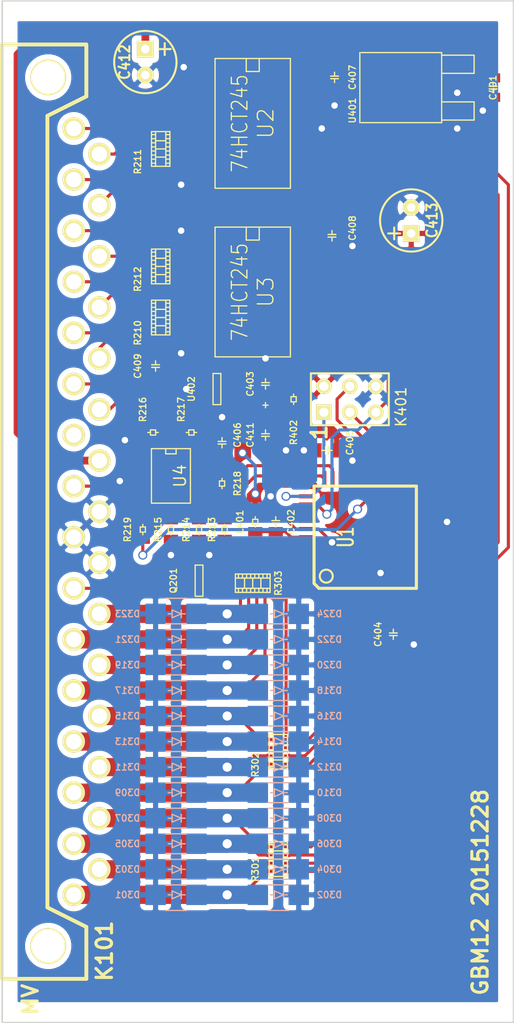
<source format=kicad_pcb>
(kicad_pcb (version 20171130) (host pcbnew "(5.1.5)-3")
  (title_block (title Gleisbesetztmelder\nGBM12) (date 2013-06-25) (rev "0430 -") (company MV))
  (layers (0 F.Cu signal) (31 B.Cu signal) (34 B.Paste user) (35 F.Paste user) (36 B.SilkS user) (37 F.SilkS user) (38 B.Mask user) (39 F.Mask user) (44 Edge.Cuts user))
  (net 0 "")
  (net 1 Vin)
  (net 2 GND)
  (net 3 "Net-(C402-Pad1)")
  (net 4 +3.3V)
  (net 5 /G1)
  (net 6 /G2)
  (net 7 /G3)
  (net 8 /G4)
  (net 9 /G5)
  (net 10 /G6)
  (net 11 /G7)
  (net 12 /G8)
  (net 13 /G9)
  (net 14 /G10)
  (net 15 /G11)
  (net 16 /G12)
  (net 17 /BM6)
  (net 18 /BM4)
  (net 19 /BM8)
  (net 20 /BM2)
  (net 21 /BM1)
  (net 22 /BM3)
  (net 23 /BM5)
  (net 24 /BM7)
  (net 25 "Net-(K401-Pad1)")
  (net 26 D-/Rx)
  (net 27 D+/Tx)
  (net 28 "Net-(K401-Pad5)")
  (net 29 "Net-(Q201-Pad2)")
  (net 30 CommRX)
  (net 31 "Net-(R211-Pad3)")
  (net 32 "Net-(R211-Pad5)")
  (net 33 "Net-(R211-Pad1)")
  (net 34 "Net-(R211-Pad7)")
  (net 35 "Net-(R212-Pad3)")
  (net 36 "Net-(R212-Pad5)")
  (net 37 "Net-(R212-Pad1)")
  (net 38 "Net-(R212-Pad7)")
  (net 39 CommTX)
  (net 40 /S3)
  (net 41 /S2)
  (net 42 /S1)
  (net 43 /S4)
  (net 44 /S7)
  (net 45 /S6)
  (net 46 /S5)
  (net 47 /S8)
  (net 48 /S10)
  (net 49 /S11)
  (net 50 /S12)
  (net 51 /S9)
  (net 52 /BM10)
  (net 53 /BM11)
  (net 54 /BM9)
  (net 55 /BM12)
  (net 56 "Net-(U1-Pad17)")
  (net 57 "Net-(U1-Pad16)")
  (net 58 "Net-(U1-Pad15)")
  (net 59 "Net-(U1-Pad14)")
  (net 60 "Net-(U1-Pad13)")
  (net 61 "Net-(U1-Pad12)")
  (net 62 "Net-(U1-Pad20)")
  (net 63 "Net-(U1-Pad21)")
  (net 64 "Net-(U1-Pad22)")
  (net 65 "Net-(U1-Pad10)")
  (net 66 "Net-(U1-Pad11)")
  (net 67 "Net-(U1-Pad23)")
  (net 68 +5V)
  (net 69 "Net-(R210-Pad1)")
  (net 70 "Net-(R210-Pad3)")
  (net 71 "Net-(R210-Pad5)")
  (net 72 "Net-(R210-Pad7)")
  (net 73 "Net-(R214-Pad2)")
  (net 74 "Net-(R216-Pad1)")
  (net 75 "Net-(U1-Pad37)")
  (net 76 "Net-(U1-Pad36)")
  (net 77 "Net-(U1-Pad25)")
  (net 78 "Net-(U1-Pad24)")
  (net 79 "Net-(U1-Pad29)")
  (net 80 "Net-(U2-Pad2)")
  (net 81 "Net-(U2-Pad3)")
  (net 82 "Net-(U402-Pad4)")
  (net 83 /Interface/TrigIn)
  (net 84 "Net-(R219-Pad1)")
  (net 85 "Net-(U2-Pad4)")
  (net 86 "Net-(U2-Pad5)")
  (net 87 "Net-(U4-Pad1)")
  (net 88 "Net-(K101-Pad19)")
  (net 89 /Comm)
  (module base:C0805 (layer F.Cu) (at 118.5 58.5 270)
    (fp_text reference C401 (at 0 0 270) (layer F.SilkS) (effects (font (size 0.635 0.635) (thickness 0.127))))
    (fp_text value 100nF hide)
    (pad 1 smd rect (at -0.9525 0 270) (size 0.889 1.397) (layers F.Cu F.Paste F.Mask) (net 1 Vin))
    (pad 2 smd rect (at 0.9525 0 270) (size 0.889 1.397) (layers F.Cu F.Paste F.Mask) (net 2 GND))
  )
  (module base:C0805 (layer F.Cu) (at 97.25 101 90)
    (fp_text reference C402 (at 0 1.5 90) (layer F.SilkS) (effects (font (size 0.635 0.635) (thickness 0.127))))
    (fp_text value 100nF hide)
    (pad 1 smd rect (at -0.9525 0 90) (size 0.889 1.397) (layers F.Cu F.Paste F.Mask) (net 3 "Net-(C402-Pad1)"))
    (pad 2 smd rect (at 0.9525 0 90) (size 0.889 1.397) (layers F.Cu F.Paste F.Mask) (net 2 GND))
  )
  (module base:C0805 (layer F.Cu) (at 96.25 87.5 90)
    (fp_text reference C403 (at 0 -1.5 90) (layer F.SilkS) (effects (font (size 0.635 0.635) (thickness 0.127))))
    (fp_text value 100nF hide)
    (pad 1 smd rect (at -0.9525 0 90) (size 0.889 1.397) (layers F.Cu F.Paste F.Mask) (net 4 +3.3V))
    (pad 2 smd rect (at 0.9525 0 90) (size 0.889 1.397) (layers F.Cu F.Paste F.Mask) (net 2 GND))
  )
  (module base:C0805 (layer F.Cu) (at 108.75 112 270)
    (fp_text reference C404 (at 0 1.5 270) (layer F.SilkS) (effects (font (size 0.635 0.635) (thickness 0.127))))
    (fp_text value 100nF hide)
    (pad 1 smd rect (at -0.9525 0 270) (size 0.889 1.397) (layers F.Cu F.Paste F.Mask) (net 4 +3.3V))
    (pad 2 smd rect (at 0.9525 0 270) (size 0.889 1.397) (layers F.Cu F.Paste F.Mask) (net 2 GND))
  )
  (module base:C0805 (layer F.Cu) (at 102.25 94 180)
    (fp_text reference C405 (at -2.25 0.75 270) (layer F.SilkS) (effects (font (size 0.635 0.635) (thickness 0.127))))
    (fp_text value 100nF hide)
    (pad 1 smd rect (at -0.9525 0 180) (size 0.889 1.397) (layers F.Cu F.Paste F.Mask) (net 4 +3.3V))
    (pad 2 smd rect (at 0.9525 0 180) (size 0.889 1.397) (layers F.Cu F.Paste F.Mask) (net 2 GND))
  )
  (module base:C1V6 (layer F.Cu) (at 84.5 56 270)
    (fp_text reference C412 (at 0 2.032 270) (layer F.SilkS) (effects (font (size 1.016 0.889) (thickness 0.2032))))
    (fp_text value 33uF hide)
    (fp_text user + (at -1.27 -1.778 270) (layer F.SilkS) (effects (font (size 1.524 1.524) (thickness 0.2032))))
    (pad 1 thru_hole rect (at -1.27 0 270) (size 1.651 1.651) (drill 0.8128) (layers *.Cu *.Mask F.SilkS) (net 1 Vin))
    (pad 2 thru_hole circle (at 1.27 0 270) (size 1.651 1.651) (drill 0.8128) (layers *.Cu *.Mask F.SilkS) (net 2 GND))
  )
  (module base:header_3x2 (layer F.Cu) (at 104.5 89)
    (fp_text reference K401 (at 5 0.75 90) (layer F.SilkS) (effects (font (size 1.016 1.016) (thickness 0.1524))))
    (fp_text value ISP6 hide)
    (pad 1 thru_hole rect (at -2.54 1.27) (size 1.524 1.524) (drill 0.89916) (layers *.Cu *.Mask F.SilkS) (net 25 "Net-(K401-Pad1)"))
    (pad 2 thru_hole circle (at -2.54 -1.27) (size 1.524 1.524) (drill 0.89916) (layers *.Cu *.Mask F.SilkS) (net 4 +3.3V))
    (pad 3 thru_hole circle (at 0 1.27) (size 1.524 1.524) (drill 0.89916) (layers *.Cu *.Mask F.SilkS) (net 26 D-/Rx))
    (pad 4 thru_hole circle (at 0 -1.27) (size 1.524 1.524) (drill 0.89916) (layers *.Cu *.Mask F.SilkS) (net 27 D+/Tx))
    (pad 5 thru_hole circle (at 2.54 1.27) (size 1.524 1.524) (drill 0.89916) (layers *.Cu *.Mask F.SilkS) (net 28 "Net-(K401-Pad5)"))
    (pad 6 thru_hole circle (at 2.54 -1.27) (size 1.524 1.524) (drill 0.89916) (layers *.Cu *.Mask F.SilkS) (net 2 GND))
  )
  (module base:R0805 (layer F.Cu) (at 95.25 101 270)
    (fp_text reference L401 (at 0 1.5 270) (layer F.SilkS) (effects (font (size 0.635 0.635) (thickness 0.127))))
    (fp_text value 10uH hide)
    (pad 1 smd rect (at -0.9525 0 270) (size 0.889 1.397) (layers F.Cu F.Paste F.Mask) (net 4 +3.3V))
    (pad 2 smd rect (at 0.9525 0 270) (size 0.889 1.397) (layers F.Cu F.Paste F.Mask) (net 3 "Net-(C402-Pad1)"))
  )
  (module base:R0805 (layer F.Cu) (at 92.25 101.75 90)
    (fp_text reference R213 (at 0 -1.25 90) (layer F.SilkS) (effects (font (size 0.635 0.635) (thickness 0.127))))
    (fp_text value 1k hide)
    (pad 1 smd rect (at -0.9525 0 90) (size 0.889 1.397) (layers F.Cu F.Paste F.Mask) (net 29 "Net-(Q201-Pad2)"))
    (pad 2 smd rect (at 0.9525 0 90) (size 0.889 1.397) (layers F.Cu F.Paste F.Mask) (net 39 CommTX))
  )
  (module base:R0805 (layer F.Cu) (at 89.75 101.75 90)
    (fp_text reference R214 (at 0 -1.25 90) (layer F.SilkS) (effects (font (size 0.635 0.635) (thickness 0.127))))
    (fp_text value 47k hide)
    (pad 1 smd rect (at -0.9525 0 90) (size 0.889 1.397) (layers F.Cu F.Paste F.Mask) (net 89 /Comm))
    (pad 2 smd rect (at 0.9525 0 90) (size 0.889 1.397) (layers F.Cu F.Paste F.Mask) (net 73 "Net-(R214-Pad2)"))
  )
  (module base:R0805 (layer F.Cu) (at 87 101.75 270)
    (fp_text reference R215 (at 0 1.25 270) (layer F.SilkS) (effects (font (size 0.635 0.635) (thickness 0.127))))
    (fp_text value 150k hide)
    (pad 1 smd rect (at -0.9525 0 270) (size 0.889 1.397) (layers F.Cu F.Paste F.Mask) (net 73 "Net-(R214-Pad2)"))
    (pad 2 smd rect (at 0.9525 0 270) (size 0.889 1.397) (layers F.Cu F.Paste F.Mask) (net 2 GND))
  )
  (module base:R0805 (layer F.Cu) (at 99 89 90)
    (fp_text reference R402 (at -3.25 0 90) (layer F.SilkS) (effects (font (size 0.635 0.635) (thickness 0.127))))
    (fp_text value 10k hide)
    (pad 1 smd rect (at -0.9525 0 90) (size 0.889 1.397) (layers F.Cu F.Paste F.Mask) (net 4 +3.3V))
    (pad 2 smd rect (at 0.9525 0 90) (size 0.889 1.397) (layers F.Cu F.Paste F.Mask) (net 28 "Net-(K401-Pad5)"))
  )
  (module base:TQFP44 (layer F.Cu) (at 106 102.5 90)
    (fp_text reference U1 (at 0 -1.905 90) (layer F.SilkS) (effects (font (size 1.524 1.016) (thickness 0.2032))))
    (fp_text value ATxmegaxA4U hide)
    (pad 39 smd rect (at 0 -5.715 90) (size 0.4064 1.524) (layers F.Cu F.Paste F.Mask) (net 3 "Net-(C402-Pad1)"))
    (pad 40 smd rect (at -0.8001 -5.715 90) (size 0.4064 1.524) (layers F.Cu F.Paste F.Mask) (net 50 /S12))
    (pad 41 smd rect (at -1.6002 -5.715 90) (size 0.4064 1.524) (layers F.Cu F.Paste F.Mask) (net 49 /S11))
    (pad 42 smd rect (at -2.4003 -5.715 90) (size 0.4064 1.524) (layers F.Cu F.Paste F.Mask) (net 48 /S10))
    (pad 43 smd rect (at -3.2004 -5.715 90) (size 0.4064 1.524) (layers F.Cu F.Paste F.Mask) (net 51 /S9))
    (pad 44 smd rect (at -4.0005 -5.715 90) (size 0.4064 1.524) (layers F.Cu F.Paste F.Mask) (net 47 /S8))
    (pad 38 smd rect (at 0.8001 -5.715 90) (size 0.4064 1.524) (layers F.Cu F.Paste F.Mask) (net 2 GND))
    (pad 37 smd rect (at 1.6002 -5.715 90) (size 0.4064 1.524) (layers F.Cu F.Paste F.Mask) (net 75 "Net-(U1-Pad37)"))
    (pad 36 smd rect (at 2.4003 -5.715 90) (size 0.4064 1.524) (layers F.Cu F.Paste F.Mask) (net 76 "Net-(U1-Pad36)"))
    (pad 35 smd rect (at 3.2004 -5.715 90) (size 0.4064 1.524) (layers F.Cu F.Paste F.Mask) (net 28 "Net-(K401-Pad5)"))
    (pad 34 smd rect (at 4.0005 -5.715 90) (size 0.4064 1.524) (layers F.Cu F.Paste F.Mask) (net 25 "Net-(K401-Pad1)"))
    (pad 17 smd rect (at 0 5.715 90) (size 0.4064 1.524) (layers F.Cu F.Paste F.Mask) (net 56 "Net-(U1-Pad17)"))
    (pad 16 smd rect (at -0.8001 5.715 90) (size 0.4064 1.524) (layers F.Cu F.Paste F.Mask) (net 57 "Net-(U1-Pad16)"))
    (pad 15 smd rect (at -1.6002 5.715 90) (size 0.4064 1.524) (layers F.Cu F.Paste F.Mask) (net 58 "Net-(U1-Pad15)"))
    (pad 14 smd rect (at -2.4003 5.715 90) (size 0.4064 1.524) (layers F.Cu F.Paste F.Mask) (net 59 "Net-(U1-Pad14)"))
    (pad 13 smd rect (at -3.2004 5.715 90) (size 0.4064 1.524) (layers F.Cu F.Paste F.Mask) (net 60 "Net-(U1-Pad13)"))
    (pad 12 smd rect (at -4.0005 5.715 90) (size 0.4064 1.524) (layers F.Cu F.Paste F.Mask) (net 61 "Net-(U1-Pad12)"))
    (pad 18 smd rect (at 0.8001 5.715 90) (size 0.4064 1.524) (layers F.Cu F.Paste F.Mask) (net 2 GND))
    (pad 19 smd rect (at 1.6002 5.715 90) (size 0.4064 1.524) (layers F.Cu F.Paste F.Mask) (net 4 +3.3V))
    (pad 20 smd rect (at 2.4003 5.715 90) (size 0.4064 1.524) (layers F.Cu F.Paste F.Mask) (net 62 "Net-(U1-Pad20)"))
    (pad 21 smd rect (at 3.2004 5.715 90) (size 0.4064 1.524) (layers F.Cu F.Paste F.Mask) (net 63 "Net-(U1-Pad21)"))
    (pad 22 smd rect (at 4.0005 5.715 90) (size 0.4064 1.524) (layers F.Cu F.Paste F.Mask) (net 64 "Net-(U1-Pad22)"))
    (pad 6 smd rect (at -5.715 0 90) (size 1.524 0.4064) (layers F.Cu F.Paste F.Mask) (net 41 /S2))
    (pad 28 smd rect (at 5.715 0 90) (size 1.524 0.4064) (layers F.Cu F.Paste F.Mask) (net 84 "Net-(R219-Pad1)"))
    (pad 7 smd rect (at -5.715 0.8001 90) (size 1.524 0.4064) (layers F.Cu F.Paste F.Mask) (net 42 /S1))
    (pad 27 smd rect (at 5.715 0.8001 90) (size 1.524 0.4064) (layers F.Cu F.Paste F.Mask) (net 27 D+/Tx))
    (pad 26 smd rect (at 5.715 1.6002 90) (size 1.524 0.4064) (layers F.Cu F.Paste F.Mask) (net 26 D-/Rx))
    (pad 8 smd rect (at -5.715 1.6002 90) (size 1.524 0.4064) (layers F.Cu F.Paste F.Mask) (net 2 GND))
    (pad 9 smd rect (at -5.715 2.4003 90) (size 1.524 0.4064) (layers F.Cu F.Paste F.Mask) (net 4 +3.3V))
    (pad 25 smd rect (at 5.715 2.4003 90) (size 1.524 0.4064) (layers F.Cu F.Paste F.Mask) (net 77 "Net-(U1-Pad25)"))
    (pad 24 smd rect (at 5.715 3.2004 90) (size 1.524 0.4064) (layers F.Cu F.Paste F.Mask) (net 78 "Net-(U1-Pad24)"))
    (pad 10 smd rect (at -5.715 3.2004 90) (size 1.524 0.4064) (layers F.Cu F.Paste F.Mask) (net 65 "Net-(U1-Pad10)"))
    (pad 11 smd rect (at -5.715 4.0005 90) (size 1.524 0.4064) (layers F.Cu F.Paste F.Mask) (net 66 "Net-(U1-Pad11)"))
    (pad 23 smd rect (at 5.715 4.0005 90) (size 1.524 0.4064) (layers F.Cu F.Paste F.Mask) (net 67 "Net-(U1-Pad23)"))
    (pad 29 smd rect (at 5.715 -0.8001 90) (size 1.524 0.4064) (layers F.Cu F.Paste F.Mask) (net 79 "Net-(U1-Pad29)"))
    (pad 5 smd rect (at -5.715 -0.8001 90) (size 1.524 0.4064) (layers F.Cu F.Paste F.Mask) (net 40 /S3))
    (pad 4 smd rect (at -5.715 -1.6002 90) (size 1.524 0.4064) (layers F.Cu F.Paste F.Mask) (net 43 /S4))
    (pad 30 smd rect (at 5.715 -1.6002 90) (size 1.524 0.4064) (layers F.Cu F.Paste F.Mask) (net 2 GND))
    (pad 31 smd rect (at 5.715 -2.4003 90) (size 1.524 0.4064) (layers F.Cu F.Paste F.Mask) (net 4 +3.3V))
    (pad 3 smd rect (at -5.715 -2.4003 90) (size 1.524 0.4064) (layers F.Cu F.Paste F.Mask) (net 46 /S5))
    (pad 2 smd rect (at -5.715 -3.2004 90) (size 1.524 0.4064) (layers F.Cu F.Paste F.Mask) (net 45 /S6))
    (pad 32 smd rect (at 5.715 -3.2004 90) (size 1.524 0.4064) (layers F.Cu F.Paste F.Mask) (net 30 CommRX))
    (pad 33 smd rect (at 5.715 -4.0005 90) (size 1.524 0.4064) (layers F.Cu F.Paste F.Mask) (net 39 CommTX))
    (pad 1 smd rect (at -5.715 -4.0005 90) (size 1.524 0.4064) (layers F.Cu F.Paste F.Mask) (net 44 /S7))
  )
  (module base:DPAK2-Reg (layer F.Cu) (at 115 58.5 90)
    (fp_text reference U401 (at -2.25 -10.25 90) (layer F.SilkS) (effects (font (size 0.635 0.635) (thickness 0.127))))
    (fp_text value LD1117 hide)
    (pad GND smd rect (at -2.286 0 90) (size 1.651 3.048) (layers F.Cu F.Paste F.Mask) (net 2 GND))
    (pad VO smd rect (at 0 -6.35 90) (size 6.096 6.096) (layers F.Cu F.Paste F.Mask) (net 68 +5V))
    (pad VI smd rect (at 2.286 0 90) (size 1.651 3.048) (layers F.Cu F.Paste F.Mask) (net 1 Vin))
  )
  (module base:SO20L (layer F.Cu) (at 95 62 270)
    (fp_text reference U2 (at 0 -1.27 270) (layer F.SilkS) (effects (font (size 1.524 1.524) (thickness 0.127))))
    (fp_text value 74HCT245 (at 0 1.27 270) (layer F.SilkS) (effects (font (size 1.524 1.27) (thickness 0.127))))
    (pad 11 smd rect (at 5.715 -4.826 270) (size 0.508 1.27) (layers F.Cu F.Paste F.Mask) (net 58 "Net-(U1-Pad15)"))
    (pad 12 smd rect (at 4.445 -4.826 270) (size 0.508 1.27) (layers F.Cu F.Paste F.Mask) (net 59 "Net-(U1-Pad14)"))
    (pad 13 smd rect (at 3.175 -4.826 270) (size 0.508 1.27) (layers F.Cu F.Paste F.Mask) (net 60 "Net-(U1-Pad13)"))
    (pad 14 smd rect (at 1.905 -4.826 270) (size 0.508 1.27) (layers F.Cu F.Paste F.Mask) (net 61 "Net-(U1-Pad12)"))
    (pad 15 smd rect (at 0.635 -4.826 270) (size 0.508 1.27) (layers F.Cu F.Paste F.Mask) (net 2 GND))
    (pad 16 smd rect (at -0.635 -4.826 270) (size 0.508 1.27) (layers F.Cu F.Paste F.Mask) (net 2 GND))
    (pad 17 smd rect (at -1.905 -4.826 270) (size 0.508 1.27) (layers F.Cu F.Paste F.Mask) (net 2 GND))
    (pad 18 smd rect (at -3.175 -4.826 270) (size 0.508 1.27) (layers F.Cu F.Paste F.Mask) (net 2 GND))
    (pad 19 smd rect (at -4.445 -4.826 270) (size 0.508 1.27) (layers F.Cu F.Paste F.Mask) (net 2 GND))
    (pad 20 smd rect (at -5.715 -4.826 270) (size 0.508 1.27) (layers F.Cu F.Paste F.Mask) (net 68 +5V))
    (pad 1 smd rect (at -5.715 4.826 270) (size 0.508 1.27) (layers F.Cu F.Paste F.Mask) (net 2 GND))
    (pad 2 smd rect (at -4.445 4.826 270) (size 0.508 1.27) (layers F.Cu F.Paste F.Mask) (net 80 "Net-(U2-Pad2)"))
    (pad 3 smd rect (at -3.175 4.826 270) (size 0.508 1.27) (layers F.Cu F.Paste F.Mask) (net 81 "Net-(U2-Pad3)"))
    (pad 4 smd rect (at -1.905 4.826 270) (size 0.508 1.27) (layers F.Cu F.Paste F.Mask) (net 85 "Net-(U2-Pad4)"))
    (pad 5 smd rect (at -0.635 4.826 270) (size 0.508 1.27) (layers F.Cu F.Paste F.Mask) (net 86 "Net-(U2-Pad5)"))
    (pad 6 smd rect (at 0.635 4.826 270) (size 0.508 1.27) (layers F.Cu F.Paste F.Mask) (net 34 "Net-(R211-Pad7)"))
    (pad 7 smd rect (at 1.905 4.826 270) (size 0.508 1.27) (layers F.Cu F.Paste F.Mask) (net 32 "Net-(R211-Pad5)"))
    (pad 8 smd rect (at 3.175 4.826 270) (size 0.508 1.27) (layers F.Cu F.Paste F.Mask) (net 31 "Net-(R211-Pad3)"))
    (pad 9 smd rect (at 4.445 4.826 270) (size 0.508 1.27) (layers F.Cu F.Paste F.Mask) (net 33 "Net-(R211-Pad1)"))
    (pad 10 smd rect (at 5.715 4.826 270) (size 0.508 1.27) (layers F.Cu F.Paste F.Mask) (net 2 GND))
  )
  (module base:SO20L (layer F.Cu) (at 95 78.5 270)
    (fp_text reference U3 (at 0 -1.27 270) (layer F.SilkS) (effects (font (size 1.524 1.524) (thickness 0.127))))
    (fp_text value 74HCT245 (at 0 1.27 270) (layer F.SilkS) (effects (font (size 1.524 1.27) (thickness 0.127))))
    (pad 11 smd rect (at 5.715 -4.826 270) (size 0.508 1.27) (layers F.Cu F.Paste F.Mask) (net 77 "Net-(U1-Pad25)"))
    (pad 12 smd rect (at 4.445 -4.826 270) (size 0.508 1.27) (layers F.Cu F.Paste F.Mask) (net 78 "Net-(U1-Pad24)"))
    (pad 13 smd rect (at 3.175 -4.826 270) (size 0.508 1.27) (layers F.Cu F.Paste F.Mask) (net 67 "Net-(U1-Pad23)"))
    (pad 14 smd rect (at 1.905 -4.826 270) (size 0.508 1.27) (layers F.Cu F.Paste F.Mask) (net 64 "Net-(U1-Pad22)"))
    (pad 15 smd rect (at 0.635 -4.826 270) (size 0.508 1.27) (layers F.Cu F.Paste F.Mask) (net 63 "Net-(U1-Pad21)"))
    (pad 16 smd rect (at -0.635 -4.826 270) (size 0.508 1.27) (layers F.Cu F.Paste F.Mask) (net 62 "Net-(U1-Pad20)"))
    (pad 17 smd rect (at -1.905 -4.826 270) (size 0.508 1.27) (layers F.Cu F.Paste F.Mask) (net 56 "Net-(U1-Pad17)"))
    (pad 18 smd rect (at -3.175 -4.826 270) (size 0.508 1.27) (layers F.Cu F.Paste F.Mask) (net 57 "Net-(U1-Pad16)"))
    (pad 19 smd rect (at -4.445 -4.826 270) (size 0.508 1.27) (layers F.Cu F.Paste F.Mask) (net 2 GND))
    (pad 20 smd rect (at -5.715 -4.826 270) (size 0.508 1.27) (layers F.Cu F.Paste F.Mask) (net 68 +5V))
    (pad 1 smd rect (at -5.715 4.826 270) (size 0.508 1.27) (layers F.Cu F.Paste F.Mask) (net 2 GND))
    (pad 2 smd rect (at -4.445 4.826 270) (size 0.508 1.27) (layers F.Cu F.Paste F.Mask) (net 38 "Net-(R212-Pad7)"))
    (pad 3 smd rect (at -3.175 4.826 270) (size 0.508 1.27) (layers F.Cu F.Paste F.Mask) (net 36 "Net-(R212-Pad5)"))
    (pad 4 smd rect (at -1.905 4.826 270) (size 0.508 1.27) (layers F.Cu F.Paste F.Mask) (net 35 "Net-(R212-Pad3)"))
    (pad 5 smd rect (at -0.635 4.826 270) (size 0.508 1.27) (layers F.Cu F.Paste F.Mask) (net 37 "Net-(R212-Pad1)"))
    (pad 6 smd rect (at 0.635 4.826 270) (size 0.508 1.27) (layers F.Cu F.Paste F.Mask) (net 72 "Net-(R210-Pad7)"))
    (pad 7 smd rect (at 1.905 4.826 270) (size 0.508 1.27) (layers F.Cu F.Paste F.Mask) (net 71 "Net-(R210-Pad5)"))
    (pad 8 smd rect (at 3.175 4.826 270) (size 0.508 1.27) (layers F.Cu F.Paste F.Mask) (net 70 "Net-(R210-Pad3)"))
    (pad 9 smd rect (at 4.445 4.826 270) (size 0.508 1.27) (layers F.Cu F.Paste F.Mask) (net 69 "Net-(R210-Pad1)"))
    (pad 10 smd rect (at 5.715 4.826 270) (size 0.508 1.27) (layers F.Cu F.Paste F.Mask) (net 2 GND))
  )
  (module base:R0805 (layer F.Cu) (at 85.25 92.25 180)
    (fp_text reference R216 (at 1 2.25 270) (layer F.SilkS) (effects (font (size 0.635 0.635) (thickness 0.127))))
    (fp_text value 39k hide)
    (pad 1 smd rect (at -0.9525 0 180) (size 0.889 1.397) (layers F.Cu F.Paste F.Mask) (net 74 "Net-(R216-Pad1)"))
    (pad 2 smd rect (at 0.9525 0 180) (size 0.889 1.397) (layers F.Cu F.Paste F.Mask) (net 2 GND))
  )
  (module base:R0805 (layer F.Cu) (at 89 92.25 180)
    (fp_text reference R217 (at 1 2.25 270) (layer F.SilkS) (effects (font (size 0.635 0.635) (thickness 0.127))))
    (fp_text value 27k hide)
    (pad 1 smd rect (at -0.9525 0 180) (size 0.889 1.397) (layers F.Cu F.Paste F.Mask) (net 68 +5V))
    (pad 2 smd rect (at 0.9525 0 180) (size 0.889 1.397) (layers F.Cu F.Paste F.Mask) (net 74 "Net-(R216-Pad1)"))
  )
  (module base:R0805 (layer F.Cu) (at 92 97.25 270)
    (fp_text reference R218 (at 0 -1.5 270) (layer F.SilkS) (effects (font (size 0.635 0.635) (thickness 0.127))))
    (fp_text value 240k hide)
    (pad 1 smd rect (at -0.9525 0 270) (size 0.889 1.397) (layers F.Cu F.Paste F.Mask) (net 30 CommRX))
    (pad 2 smd rect (at 0.9525 0 270) (size 0.889 1.397) (layers F.Cu F.Paste F.Mask) (net 73 "Net-(R214-Pad2)"))
  )
  (module base:SO8E (layer F.Cu) (at 87 96.5 270)
    (fp_text reference U4 (at 0 -0.889 270) (layer F.SilkS) (effects (font (size 1.143 1.143) (thickness 0.1524))))
    (fp_text value LM393 hide)
    (pad 8 smd rect (at -1.905 -2.667 270) (size 0.59944 1.39954) (layers F.Cu F.Paste F.Mask) (net 68 +5V))
    (pad 1 smd rect (at -1.905 2.667 270) (size 0.59944 1.39954) (layers F.Cu F.Paste F.Mask) (net 87 "Net-(U4-Pad1)"))
    (pad 7 smd rect (at -0.635 -2.667 270) (size 0.59944 1.39954) (layers F.Cu F.Paste F.Mask) (net 30 CommRX))
    (pad 6 smd rect (at 0.635 -2.667 270) (size 0.59944 1.39954) (layers F.Cu F.Paste F.Mask) (net 74 "Net-(R216-Pad1)"))
    (pad 5 smd rect (at 1.905 -2.667 270) (size 0.59944 1.39954) (layers F.Cu F.Paste F.Mask) (net 73 "Net-(R214-Pad2)"))
    (pad 2 smd rect (at -0.635 2.667 270) (size 0.59944 1.39954) (layers F.Cu F.Paste F.Mask) (net 2 GND))
    (pad 3 smd rect (at 0.635 2.667 270) (size 0.59944 1.39954) (layers F.Cu F.Paste F.Mask) (net 2 GND))
    (pad 4 smd rect (at 1.905 2.667 270) (size 0.59944 1.39954) (layers F.Cu F.Paste F.Mask) (net 2 GND))
  )
  (module base:C0805 (layer F.Cu) (at 92 93.25 90)
    (fp_text reference C406 (at 0.75 1.5 90) (layer F.SilkS) (effects (font (size 0.635 0.635) (thickness 0.127))))
    (fp_text value 100nF hide)
    (pad 1 smd rect (at -0.9525 0 90) (size 0.889 1.397) (layers F.Cu F.Paste F.Mask) (net 68 +5V))
    (pad 2 smd rect (at 0.9525 0 90) (size 0.889 1.397) (layers F.Cu F.Paste F.Mask) (net 2 GND))
  )
  (module base:C0805 (layer F.Cu) (at 103 57.5 270)
    (fp_text reference C407 (at 0 -1.75 270) (layer F.SilkS) (effects (font (size 0.635 0.635) (thickness 0.127))))
    (fp_text value 100nF hide)
    (pad 1 smd rect (at -0.9525 0 270) (size 0.889 1.397) (layers F.Cu F.Paste F.Mask) (net 68 +5V))
    (pad 2 smd rect (at 0.9525 0 270) (size 0.889 1.397) (layers F.Cu F.Paste F.Mask) (net 2 GND))
  )
  (module base:C0805 (layer F.Cu) (at 102.75 73 270)
    (fp_text reference C408 (at -0.75 -2 270) (layer F.SilkS) (effects (font (size 0.635 0.635) (thickness 0.127))))
    (fp_text value 100nF hide)
    (pad 1 smd rect (at -0.9525 0 270) (size 0.889 1.397) (layers F.Cu F.Paste F.Mask) (net 68 +5V))
    (pad 2 smd rect (at 0.9525 0 270) (size 0.889 1.397) (layers F.Cu F.Paste F.Mask) (net 2 GND))
  )
  (module base:C0805 (layer F.Cu) (at 85.5 85.75 90)
    (fp_text reference C409 (at 0 -1.75 90) (layer F.SilkS) (effects (font (size 0.635 0.635) (thickness 0.127))))
    (fp_text value 100nF hide)
    (pad 1 smd rect (at -0.9525 0 90) (size 0.889 1.397) (layers F.Cu F.Paste F.Mask) (net 68 +5V))
    (pad 2 smd rect (at 0.9525 0 90) (size 0.889 1.397) (layers F.Cu F.Paste F.Mask) (net 2 GND))
  )
  (module base:C1V6 (layer F.Cu) (at 110.5 71.5 90)
    (fp_text reference C413 (at 0 2.032 90) (layer F.SilkS) (effects (font (size 1.016 0.889) (thickness 0.2032))))
    (fp_text value 33uF hide)
    (fp_text user + (at -1.27 -1.778 90) (layer F.SilkS) (effects (font (size 1.524 1.524) (thickness 0.2032))))
    (pad 1 thru_hole rect (at -1.27 0 90) (size 1.651 1.651) (drill 0.8128) (layers *.Cu *.Mask F.SilkS) (net 68 +5V))
    (pad 2 thru_hole circle (at 1.27 0 90) (size 1.651 1.651) (drill 0.8128) (layers *.Cu *.Mask F.SilkS) (net 2 GND))
  )
  (module base:R0805 (layer F.Cu) (at 84.25 101.75 90)
    (fp_text reference R219 (at 0 -1.5 90) (layer F.SilkS) (effects (font (size 0.635 0.635) (thickness 0.127))))
    (fp_text value 100k hide)
    (pad 1 smd rect (at -0.9525 0 90) (size 0.889 1.397) (layers F.Cu F.Paste F.Mask) (net 84 "Net-(R219-Pad1)"))
    (pad 2 smd rect (at 0.9525 0 90) (size 0.889 1.397) (layers F.Cu F.Paste F.Mask) (net 83 /Interface/TrigIn))
  )
  (module base:DIN41617-31 (layer F.Cu) (at 80 100 270)
    (fp_text reference K101 (at 43 -0.5 270) (layer F.SilkS) (effects (font (size 1.524 1.524) (thickness 0.3048))))
    (fp_text value DIN41617 hide)
    (pad H2 thru_hole circle (at 42.50182 5.00126 270) (size 3.50012 3.50012) (drill 3.2004) (layers *.Cu *.Mask F.SilkS))
    (pad 31 thru_hole circle (at -37.50056 2.49936 270) (size 2.19964 2.19964) (drill 1.50114) (layers *.Cu *.Mask F.SilkS) (net 52 /BM10))
    (pad 15 thru_hole circle (at 2.49936 2.5019 270) (size 2.19964 2.19964) (drill 1.50114) (layers *.Cu *.Mask F.SilkS) (net 2 GND))
    (pad 13 thru_hole circle (at 7.50062 2.5019 270) (size 2.19964 2.19964) (drill 1.50114) (layers *.Cu *.Mask F.SilkS) (net 89 /Comm))
    (pad 9 thru_hole circle (at 17.5006 2.5019 270) (size 2.19964 2.19964) (drill 1.50114) (layers *.Cu *.Mask F.SilkS) (net 13 /G9))
    (pad 11 thru_hole circle (at 12.49934 2.5019 270) (size 2.19964 2.19964) (drill 1.50114) (layers *.Cu *.Mask F.SilkS) (net 15 /G11))
    (pad 3 thru_hole circle (at 32.4993 2.5019 270) (size 2.19964 2.19964) (drill 1.50114) (layers *.Cu *.Mask F.SilkS) (net 7 /G3))
    (pad 1 thru_hole circle (at 37.50056 2.5019 270) (size 2.19964 2.19964) (drill 1.50114) (layers *.Cu *.Mask F.SilkS) (net 5 /G1))
    (pad 5 thru_hole circle (at 27.50058 2.5019 270) (size 2.19964 2.19964) (drill 1.50114) (layers *.Cu *.Mask F.SilkS) (net 9 /G5))
    (pad 7 thru_hole circle (at 22.49932 2.5019 270) (size 2.19964 2.19964) (drill 1.50114) (layers *.Cu *.Mask F.SilkS) (net 11 /G7))
    (pad 23 thru_hole circle (at -17.5006 2.5019 270) (size 2.19964 2.19964) (drill 1.50114) (layers *.Cu *.Mask F.SilkS) (net 53 /BM11))
    (pad 21 thru_hole circle (at -12.49934 2.5019 270) (size 2.19964 2.19964) (drill 1.50114) (layers *.Cu *.Mask F.SilkS) (net 17 /BM6))
    (pad 17 thru_hole circle (at -2.49936 2.5019 270) (size 2.19964 2.19964) (drill 1.50114) (layers *.Cu *.Mask F.SilkS) (net 83 /Interface/TrigIn))
    (pad 19 thru_hole circle (at -7.50062 2.5019 270) (size 2.19964 2.19964) (drill 1.50114) (layers *.Cu *.Mask F.SilkS) (net 88 "Net-(K101-Pad19)"))
    (pad 27 thru_hole circle (at -27.50058 2.5019 270) (size 2.19964 2.19964) (drill 1.50114) (layers *.Cu *.Mask F.SilkS) (net 18 /BM4))
    (pad 25 thru_hole circle (at -22.49932 2.5019 270) (size 2.19964 2.19964) (drill 1.50114) (layers *.Cu *.Mask F.SilkS) (net 19 /BM8))
    (pad 29 thru_hole circle (at -32.4993 2.5019 270) (size 2.19964 2.19964) (drill 1.50114) (layers *.Cu *.Mask F.SilkS) (net 20 /BM2))
    (pad 30 thru_hole circle (at -34.99866 0 270) (size 2.19964 2.19964) (drill 1.50114) (layers *.Cu *.Mask F.SilkS) (net 21 /BM1))
    (pad 26 thru_hole circle (at -24.99868 0 270) (size 2.19964 2.19964) (drill 1.50114) (layers *.Cu *.Mask F.SilkS) (net 22 /BM3))
    (pad 28 thru_hole circle (at -29.99994 0 270) (size 2.19964 2.19964) (drill 1.50114) (layers *.Cu *.Mask F.SilkS) (net 54 /BM9))
    (pad 20 thru_hole circle (at -9.99998 0 270) (size 2.19964 2.19964) (drill 1.50114) (layers *.Cu *.Mask F.SilkS) (net 23 /BM5))
    (pad 18 thru_hole circle (at -4.99872 0 270) (size 2.19964 2.19964) (drill 1.50114) (layers *.Cu *.Mask F.SilkS) (net 1 Vin))
    (pad 22 thru_hole circle (at -14.9987 0 270) (size 2.19964 2.19964) (drill 1.50114) (layers *.Cu *.Mask F.SilkS) (net 55 /BM12))
    (pad 24 thru_hole circle (at -19.99996 0 270) (size 2.19964 2.19964) (drill 1.50114) (layers *.Cu *.Mask F.SilkS) (net 24 /BM7))
    (pad 8 thru_hole circle (at 19.99996 0 270) (size 2.19964 2.19964) (drill 1.50114) (layers *.Cu *.Mask F.SilkS) (net 12 /G8))
    (pad 6 thru_hole circle (at 25.00122 0 270) (size 2.19964 2.19964) (drill 1.50114) (layers *.Cu *.Mask F.SilkS) (net 10 /G6))
    (pad 2 thru_hole circle (at 35.0012 0 270) (size 2.19964 2.19964) (drill 1.50114) (layers *.Cu *.Mask F.SilkS) (net 6 /G2))
    (pad 4 thru_hole circle (at 29.99994 0 270) (size 2.19964 2.19964) (drill 1.50114) (layers *.Cu *.Mask F.SilkS) (net 8 /G4))
    (pad 12 thru_hole circle (at 9.99998 0 270) (size 2.19964 2.19964) (drill 1.50114) (layers *.Cu *.Mask F.SilkS) (net 16 /G12))
    (pad 10 thru_hole circle (at 15.00124 0 270) (size 2.19964 2.19964) (drill 1.50114) (layers *.Cu *.Mask F.SilkS) (net 14 /G10))
    (pad 14 thru_hole circle (at 5.00126 0 270) (size 2.19964 2.19964) (drill 1.50114) (layers *.Cu *.Mask F.SilkS) (net 2 GND))
    (pad 16 thru_hole circle (at 0 0 270) (size 2.19964 2.19964) (drill 1.50114) (layers *.Cu *.Mask F.SilkS) (net 2 GND))
    (pad H1 thru_hole circle (at -42.49928 5.00126 270) (size 3.50012 3.50012) (drill 3.2004) (layers *.Cu *.Mask F.SilkS))
  )
  (module base:SOT23-5 (layer F.Cu) (at 91.5 88 270)
    (fp_text reference U402 (at 0 2.5 90) (layer F.SilkS) (effects (font (size 0.635 0.635) (thickness 0.127))))
    (fp_text value LP2985 hide)
    (pad 3 smd rect (at 0.95 1.3 270) (size 0.66 1) (layers F.Cu F.Paste F.Mask) (net 68 +5V))
    (pad 1 smd rect (at -0.95 1.3 270) (size 0.66 1) (layers F.Cu F.Paste F.Mask) (net 68 +5V))
    (pad 5 smd rect (at -0.95 -1.3 270) (size 0.66 1) (layers F.Cu F.Paste F.Mask) (net 4 +3.3V))
    (pad 4 smd rect (at 0.95 -1.3 270) (size 0.66 1) (layers F.Cu F.Paste F.Mask) (net 82 "Net-(U402-Pad4)"))
    (pad 2 smd rect (at 0 1.3 270) (size 0.66 1) (layers F.Cu F.Paste F.Mask) (net 2 GND))
  )
  (module base:C1206Pol (layer F.Cu) (at 96.25 92.5 90)
    (fp_text reference C411 (at 0 -1.5 90) (layer F.SilkS) (effects (font (size 0.635 0.635) (thickness 0.127))))
    (fp_text value 10uF hide)
    (pad 1 smd rect (at 1.397 0 90) (size 1.6002 1.8034) (layers F.Cu F.Paste F.Mask) (net 4 +3.3V))
    (pad 2 smd rect (at -1.397 0 90) (size 1.6002 1.8034) (layers F.Cu F.Paste F.Mask) (net 2 GND))
  )
  (module base:R1206x4 (layer F.Cu) (at 86 81)
    (fp_text reference R210 (at -2.25 1.5 90) (layer F.SilkS) (effects (font (size 0.635 0.635) (thickness 0.127))))
    (fp_text value 1k hide)
    (pad 3 smd rect (at 0.762 0.39878) (size 0.762 0.4318) (layers F.Cu F.Paste F.Mask) (net 70 "Net-(R210-Pad3)"))
    (pad 4 smd rect (at -0.762 0.39878) (size 0.762 0.4318) (layers F.Cu F.Paste F.Mask) (net 17 /BM6))
    (pad 5 smd rect (at 0.762 -0.39878) (size 0.762 0.4318) (layers F.Cu F.Paste F.Mask) (net 71 "Net-(R210-Pad5)"))
    (pad 6 smd rect (at -0.762 -0.39878) (size 0.762 0.4318) (layers F.Cu F.Paste F.Mask) (net 55 /BM12))
    (pad 1 smd rect (at 0.762 1.19888) (size 0.762 0.4318) (layers F.Cu F.Paste F.Mask) (net 69 "Net-(R210-Pad1)"))
    (pad 7 smd rect (at 0.762 -1.19888) (size 0.762 0.4318) (layers F.Cu F.Paste F.Mask) (net 72 "Net-(R210-Pad7)"))
    (pad 8 smd rect (at -0.762 -1.19888) (size 0.762 0.4318) (layers F.Cu F.Paste F.Mask) (net 53 /BM11))
    (pad 2 smd rect (at -0.762 1.19888) (size 0.762 0.4318) (layers F.Cu F.Paste F.Mask) (net 23 /BM5))
  )
  (module base:R1206x4 (layer F.Cu) (at 95 107 270)
    (fp_text reference R303 (at 0 -2.5 270) (layer F.SilkS) (effects (font (size 0.635 0.635) (thickness 0.127))))
    (fp_text value 1k hide)
    (pad 3 smd rect (at 0.762 0.39878 270) (size 0.762 0.4318) (layers F.Cu F.Paste F.Mask) (net 15 /G11))
    (pad 4 smd rect (at -0.762 0.39878 270) (size 0.762 0.4318) (layers F.Cu F.Paste F.Mask) (net 49 /S11))
    (pad 5 smd rect (at 0.762 -0.39878 270) (size 0.762 0.4318) (layers F.Cu F.Paste F.Mask) (net 14 /G10))
    (pad 6 smd rect (at -0.762 -0.39878 270) (size 0.762 0.4318) (layers F.Cu F.Paste F.Mask) (net 48 /S10))
    (pad 1 smd rect (at 0.762 1.19888 270) (size 0.762 0.4318) (layers F.Cu F.Paste F.Mask) (net 16 /G12))
    (pad 7 smd rect (at 0.762 -1.19888 270) (size 0.762 0.4318) (layers F.Cu F.Paste F.Mask) (net 13 /G9))
    (pad 8 smd rect (at -0.762 -1.19888 270) (size 0.762 0.4318) (layers F.Cu F.Paste F.Mask) (net 51 /S9))
    (pad 2 smd rect (at -0.762 1.19888 270) (size 0.762 0.4318) (layers F.Cu F.Paste F.Mask) (net 50 /S12))
  )
  (module base:R1206x4 (layer F.Cu) (at 97.5 123.5 180)
    (fp_text reference R302 (at 2.25 -1.25 270) (layer F.SilkS) (effects (font (size 0.635 0.635) (thickness 0.127))))
    (fp_text value 1k hide)
    (pad 3 smd rect (at 0.762 0.39878 180) (size 0.762 0.4318) (layers F.Cu F.Paste F.Mask) (net 11 /G7))
    (pad 4 smd rect (at -0.762 0.39878 180) (size 0.762 0.4318) (layers F.Cu F.Paste F.Mask) (net 44 /S7))
    (pad 5 smd rect (at 0.762 -0.39878 180) (size 0.762 0.4318) (layers F.Cu F.Paste F.Mask) (net 10 /G6))
    (pad 6 smd rect (at -0.762 -0.39878 180) (size 0.762 0.4318) (layers F.Cu F.Paste F.Mask) (net 45 /S6))
    (pad 1 smd rect (at 0.762 1.19888 180) (size 0.762 0.4318) (layers F.Cu F.Paste F.Mask) (net 12 /G8))
    (pad 7 smd rect (at 0.762 -1.19888 180) (size 0.762 0.4318) (layers F.Cu F.Paste F.Mask) (net 9 /G5))
    (pad 8 smd rect (at -0.762 -1.19888 180) (size 0.762 0.4318) (layers F.Cu F.Paste F.Mask) (net 46 /S5))
    (pad 2 smd rect (at -0.762 1.19888 180) (size 0.762 0.4318) (layers F.Cu F.Paste F.Mask) (net 47 /S8))
  )
  (module base:R1206x4 (layer F.Cu) (at 97.5 134 180)
    (fp_text reference R301 (at 2.25 -1 270) (layer F.SilkS) (effects (font (size 0.635 0.635) (thickness 0.127))))
    (fp_text value 1k hide)
    (pad 3 smd rect (at 0.762 0.39878 180) (size 0.762 0.4318) (layers F.Cu F.Paste F.Mask) (net 7 /G3))
    (pad 4 smd rect (at -0.762 0.39878 180) (size 0.762 0.4318) (layers F.Cu F.Paste F.Mask) (net 40 /S3))
    (pad 5 smd rect (at 0.762 -0.39878 180) (size 0.762 0.4318) (layers F.Cu F.Paste F.Mask) (net 6 /G2))
    (pad 6 smd rect (at -0.762 -0.39878 180) (size 0.762 0.4318) (layers F.Cu F.Paste F.Mask) (net 41 /S2))
    (pad 1 smd rect (at 0.762 1.19888 180) (size 0.762 0.4318) (layers F.Cu F.Paste F.Mask) (net 8 /G4))
    (pad 7 smd rect (at 0.762 -1.19888 180) (size 0.762 0.4318) (layers F.Cu F.Paste F.Mask) (net 5 /G1))
    (pad 8 smd rect (at -0.762 -1.19888 180) (size 0.762 0.4318) (layers F.Cu F.Paste F.Mask) (net 42 /S1))
    (pad 2 smd rect (at -0.762 1.19888 180) (size 0.762 0.4318) (layers F.Cu F.Paste F.Mask) (net 43 /S4))
  )
  (module base:R1206x4 (layer F.Cu) (at 86 76)
    (fp_text reference R212 (at -2.25 1.25 90) (layer F.SilkS) (effects (font (size 0.635 0.635) (thickness 0.127))))
    (fp_text value 1k hide)
    (pad 3 smd rect (at 0.762 0.39878) (size 0.762 0.4318) (layers F.Cu F.Paste F.Mask) (net 35 "Net-(R212-Pad3)"))
    (pad 4 smd rect (at -0.762 0.39878) (size 0.762 0.4318) (layers F.Cu F.Paste F.Mask) (net 19 /BM8))
    (pad 5 smd rect (at 0.762 -0.39878) (size 0.762 0.4318) (layers F.Cu F.Paste F.Mask) (net 36 "Net-(R212-Pad5)"))
    (pad 6 smd rect (at -0.762 -0.39878) (size 0.762 0.4318) (layers F.Cu F.Paste F.Mask) (net 22 /BM3))
    (pad 1 smd rect (at 0.762 1.19888) (size 0.762 0.4318) (layers F.Cu F.Paste F.Mask) (net 37 "Net-(R212-Pad1)"))
    (pad 7 smd rect (at 0.762 -1.19888) (size 0.762 0.4318) (layers F.Cu F.Paste F.Mask) (net 38 "Net-(R212-Pad7)"))
    (pad 8 smd rect (at -0.762 -1.19888) (size 0.762 0.4318) (layers F.Cu F.Paste F.Mask) (net 18 /BM4))
    (pad 2 smd rect (at -0.762 1.19888) (size 0.762 0.4318) (layers F.Cu F.Paste F.Mask) (net 24 /BM7))
  )
  (module base:R1206x4 (layer F.Cu) (at 86 64.5)
    (fp_text reference R211 (at -2.25 1.25 90) (layer F.SilkS) (effects (font (size 0.635 0.635) (thickness 0.127))))
    (fp_text value 1k hide)
    (pad 3 smd rect (at 0.762 0.39878) (size 0.762 0.4318) (layers F.Cu F.Paste F.Mask) (net 31 "Net-(R211-Pad3)"))
    (pad 4 smd rect (at -0.762 0.39878) (size 0.762 0.4318) (layers F.Cu F.Paste F.Mask) (net 20 /BM2))
    (pad 5 smd rect (at 0.762 -0.39878) (size 0.762 0.4318) (layers F.Cu F.Paste F.Mask) (net 32 "Net-(R211-Pad5)"))
    (pad 6 smd rect (at -0.762 -0.39878) (size 0.762 0.4318) (layers F.Cu F.Paste F.Mask) (net 21 /BM1))
    (pad 1 smd rect (at 0.762 1.19888) (size 0.762 0.4318) (layers F.Cu F.Paste F.Mask) (net 33 "Net-(R211-Pad1)"))
    (pad 7 smd rect (at 0.762 -1.19888) (size 0.762 0.4318) (layers F.Cu F.Paste F.Mask) (net 34 "Net-(R211-Pad7)"))
    (pad 8 smd rect (at -0.762 -1.19888) (size 0.762 0.4318) (layers F.Cu F.Paste F.Mask) (net 52 /BM10))
    (pad 2 smd rect (at -0.762 1.19888) (size 0.762 0.4318) (layers F.Cu F.Paste F.Mask) (net 54 /BM9))
  )
  (module base:SOT23EBC (layer F.Cu) (at 89.75 106.75 270)
    (fp_text reference Q201 (at 0 2.5 270) (layer F.SilkS) (effects (font (size 0.635 0.635) (thickness 0.127))))
    (fp_text value BC848 hide)
    (pad 1 smd rect (at -0.889 -1.016 270) (size 0.9144 0.9144) (layers F.Cu F.Paste F.Mask) (net 2 GND))
    (pad 2 smd rect (at 0.889 -1.016 270) (size 0.9144 0.9144) (layers F.Cu F.Paste F.Mask) (net 29 "Net-(Q201-Pad2)"))
    (pad 3 smd rect (at 0 1.016 270) (size 0.9144 0.9144) (layers F.Cu F.Paste F.Mask) (net 89 /Comm))
  )
  (module base:DSMA (layer B.Cu) (at 97.5 110 180)
    (fp_text reference D324 (at -5 0 180) (layer B.SilkS) (effects (font (size 0.635 0.635) (thickness 0.127)) (justify mirror)))
    (fp_text value DIODE hide)
    (pad 1 smd rect (at 1.99898 0 180) (size 1.99898 1.99898) (layers B.Cu B.Paste B.Mask) (net 16 /G12))
    (pad 2 smd rect (at -1.99898 0 180) (size 1.99898 1.99898) (layers B.Cu B.Paste B.Mask) (net 2 GND))
  )
  (module base:DSMA (layer B.Cu) (at 87.5 110 180)
    (fp_text reference D323 (at 4.75 0 180) (layer B.SilkS) (effects (font (size 0.635 0.635) (thickness 0.127)) (justify mirror)))
    (fp_text value DIODE hide)
    (pad 1 smd rect (at 1.99898 0 180) (size 1.99898 1.99898) (layers B.Cu B.Paste B.Mask) (net 2 GND))
    (pad 2 smd rect (at -1.99898 0 180) (size 1.99898 1.99898) (layers B.Cu B.Paste B.Mask) (net 16 /G12))
  )
  (module base:DSMA (layer B.Cu) (at 97.5 112.5 180)
    (fp_text reference D322 (at -5 0 180) (layer B.SilkS) (effects (font (size 0.635 0.635) (thickness 0.127)) (justify mirror)))
    (fp_text value DIODE hide)
    (pad 1 smd rect (at 1.99898 0 180) (size 1.99898 1.99898) (layers B.Cu B.Paste B.Mask) (net 15 /G11))
    (pad 2 smd rect (at -1.99898 0 180) (size 1.99898 1.99898) (layers B.Cu B.Paste B.Mask) (net 2 GND))
  )
  (module base:DSMA (layer B.Cu) (at 87.5 112.5 180)
    (fp_text reference D321 (at 4.75 0 180) (layer B.SilkS) (effects (font (size 0.635 0.635) (thickness 0.127)) (justify mirror)))
    (fp_text value DIODE hide)
    (pad 1 smd rect (at 1.99898 0 180) (size 1.99898 1.99898) (layers B.Cu B.Paste B.Mask) (net 2 GND))
    (pad 2 smd rect (at -1.99898 0 180) (size 1.99898 1.99898) (layers B.Cu B.Paste B.Mask) (net 15 /G11))
  )
  (module base:DSMA (layer B.Cu) (at 97.5 115 180)
    (fp_text reference D320 (at -5 0 180) (layer B.SilkS) (effects (font (size 0.635 0.635) (thickness 0.127)) (justify mirror)))
    (fp_text value DIODE hide)
    (pad 1 smd rect (at 1.99898 0 180) (size 1.99898 1.99898) (layers B.Cu B.Paste B.Mask) (net 14 /G10))
    (pad 2 smd rect (at -1.99898 0 180) (size 1.99898 1.99898) (layers B.Cu B.Paste B.Mask) (net 2 GND))
  )
  (module base:DSMA (layer B.Cu) (at 87.5 115 180)
    (fp_text reference D319 (at 4.75 0 180) (layer B.SilkS) (effects (font (size 0.635 0.635) (thickness 0.127)) (justify mirror)))
    (fp_text value DIODE hide)
    (pad 1 smd rect (at 1.99898 0 180) (size 1.99898 1.99898) (layers B.Cu B.Paste B.Mask) (net 2 GND))
    (pad 2 smd rect (at -1.99898 0 180) (size 1.99898 1.99898) (layers B.Cu B.Paste B.Mask) (net 14 /G10))
  )
  (module base:DSMA (layer B.Cu) (at 97.5 117.5 180)
    (fp_text reference D318 (at -5 0 180) (layer B.SilkS) (effects (font (size 0.635 0.635) (thickness 0.127)) (justify mirror)))
    (fp_text value DIODE hide)
    (pad 1 smd rect (at 1.99898 0 180) (size 1.99898 1.99898) (layers B.Cu B.Paste B.Mask) (net 13 /G9))
    (pad 2 smd rect (at -1.99898 0 180) (size 1.99898 1.99898) (layers B.Cu B.Paste B.Mask) (net 2 GND))
  )
  (module base:DSMA (layer B.Cu) (at 87.5 117.5 180)
    (fp_text reference D317 (at 4.75 0 180) (layer B.SilkS) (effects (font (size 0.635 0.635) (thickness 0.127)) (justify mirror)))
    (fp_text value DIODE hide)
    (pad 1 smd rect (at 1.99898 0 180) (size 1.99898 1.99898) (layers B.Cu B.Paste B.Mask) (net 2 GND))
    (pad 2 smd rect (at -1.99898 0 180) (size 1.99898 1.99898) (layers B.Cu B.Paste B.Mask) (net 13 /G9))
  )
  (module base:DSMA (layer B.Cu) (at 97.5 120 180)
    (fp_text reference D316 (at -5 0 180) (layer B.SilkS) (effects (font (size 0.635 0.635) (thickness 0.127)) (justify mirror)))
    (fp_text value DIODE hide)
    (pad 1 smd rect (at 1.99898 0 180) (size 1.99898 1.99898) (layers B.Cu B.Paste B.Mask) (net 12 /G8))
    (pad 2 smd rect (at -1.99898 0 180) (size 1.99898 1.99898) (layers B.Cu B.Paste B.Mask) (net 2 GND))
  )
  (module base:DSMA (layer B.Cu) (at 87.5 120 180)
    (fp_text reference D315 (at 4.75 0 180) (layer B.SilkS) (effects (font (size 0.635 0.635) (thickness 0.127)) (justify mirror)))
    (fp_text value DIODE hide)
    (pad 1 smd rect (at 1.99898 0 180) (size 1.99898 1.99898) (layers B.Cu B.Paste B.Mask) (net 2 GND))
    (pad 2 smd rect (at -1.99898 0 180) (size 1.99898 1.99898) (layers B.Cu B.Paste B.Mask) (net 12 /G8))
  )
  (module base:DSMA (layer B.Cu) (at 97.5 122.5 180)
    (fp_text reference D314 (at -5 0 180) (layer B.SilkS) (effects (font (size 0.635 0.635) (thickness 0.127)) (justify mirror)))
    (fp_text value DIODE hide)
    (pad 1 smd rect (at 1.99898 0 180) (size 1.99898 1.99898) (layers B.Cu B.Paste B.Mask) (net 11 /G7))
    (pad 2 smd rect (at -1.99898 0 180) (size 1.99898 1.99898) (layers B.Cu B.Paste B.Mask) (net 2 GND))
  )
  (module base:DSMA (layer B.Cu) (at 87.5 122.5 180)
    (fp_text reference D313 (at 4.75 0 180) (layer B.SilkS) (effects (font (size 0.635 0.635) (thickness 0.127)) (justify mirror)))
    (fp_text value DIODE hide)
    (pad 1 smd rect (at 1.99898 0 180) (size 1.99898 1.99898) (layers B.Cu B.Paste B.Mask) (net 2 GND))
    (pad 2 smd rect (at -1.99898 0 180) (size 1.99898 1.99898) (layers B.Cu B.Paste B.Mask) (net 11 /G7))
  )
  (module base:DSMA (layer B.Cu) (at 97.5 125 180)
    (fp_text reference D312 (at -5 0 180) (layer B.SilkS) (effects (font (size 0.635 0.635) (thickness 0.127)) (justify mirror)))
    (fp_text value DIODE hide)
    (pad 1 smd rect (at 1.99898 0 180) (size 1.99898 1.99898) (layers B.Cu B.Paste B.Mask) (net 10 /G6))
    (pad 2 smd rect (at -1.99898 0 180) (size 1.99898 1.99898) (layers B.Cu B.Paste B.Mask) (net 2 GND))
  )
  (module base:DSMA (layer B.Cu) (at 87.5 125 180)
    (fp_text reference D311 (at 4.75 0 180) (layer B.SilkS) (effects (font (size 0.635 0.635) (thickness 0.127)) (justify mirror)))
    (fp_text value DIODE hide)
    (pad 1 smd rect (at 1.99898 0 180) (size 1.99898 1.99898) (layers B.Cu B.Paste B.Mask) (net 2 GND))
    (pad 2 smd rect (at -1.99898 0 180) (size 1.99898 1.99898) (layers B.Cu B.Paste B.Mask) (net 10 /G6))
  )
  (module base:DSMA (layer B.Cu) (at 97.5 127.5 180)
    (fp_text reference D310 (at -5 0 180) (layer B.SilkS) (effects (font (size 0.635 0.635) (thickness 0.127)) (justify mirror)))
    (fp_text value DIODE hide)
    (pad 1 smd rect (at 1.99898 0 180) (size 1.99898 1.99898) (layers B.Cu B.Paste B.Mask) (net 9 /G5))
    (pad 2 smd rect (at -1.99898 0 180) (size 1.99898 1.99898) (layers B.Cu B.Paste B.Mask) (net 2 GND))
  )
  (module base:DSMA (layer B.Cu) (at 87.5 127.5 180)
    (fp_text reference D309 (at 4.75 0 180) (layer B.SilkS) (effects (font (size 0.635 0.635) (thickness 0.127)) (justify mirror)))
    (fp_text value DIODE hide)
    (pad 1 smd rect (at 1.99898 0 180) (size 1.99898 1.99898) (layers B.Cu B.Paste B.Mask) (net 2 GND))
    (pad 2 smd rect (at -1.99898 0 180) (size 1.99898 1.99898) (layers B.Cu B.Paste B.Mask) (net 9 /G5))
  )
  (module base:DSMA (layer B.Cu) (at 97.5 130 180)
    (fp_text reference D308 (at -5 0 180) (layer B.SilkS) (effects (font (size 0.635 0.635) (thickness 0.127)) (justify mirror)))
    (fp_text value DIODE hide)
    (pad 1 smd rect (at 1.99898 0 180) (size 1.99898 1.99898) (layers B.Cu B.Paste B.Mask) (net 8 /G4))
    (pad 2 smd rect (at -1.99898 0 180) (size 1.99898 1.99898) (layers B.Cu B.Paste B.Mask) (net 2 GND))
  )
  (module base:DSMA (layer B.Cu) (at 87.5 130 180)
    (fp_text reference D307 (at 4.75 0 180) (layer B.SilkS) (effects (font (size 0.635 0.635) (thickness 0.127)) (justify mirror)))
    (fp_text value DIODE hide)
    (pad 1 smd rect (at 1.99898 0 180) (size 1.99898 1.99898) (layers B.Cu B.Paste B.Mask) (net 2 GND))
    (pad 2 smd rect (at -1.99898 0 180) (size 1.99898 1.99898) (layers B.Cu B.Paste B.Mask) (net 8 /G4))
  )
  (module base:DSMA (layer B.Cu) (at 97.5 132.5 180)
    (fp_text reference D306 (at -5 0 180) (layer B.SilkS) (effects (font (size 0.635 0.635) (thickness 0.127)) (justify mirror)))
    (fp_text value DIODE hide)
    (pad 1 smd rect (at 1.99898 0 180) (size 1.99898 1.99898) (layers B.Cu B.Paste B.Mask) (net 7 /G3))
    (pad 2 smd rect (at -1.99898 0 180) (size 1.99898 1.99898) (layers B.Cu B.Paste B.Mask) (net 2 GND))
  )
  (module base:DSMA (layer B.Cu) (at 87.5 132.5 180)
    (fp_text reference D305 (at 4.75 0 180) (layer B.SilkS) (effects (font (size 0.635 0.635) (thickness 0.127)) (justify mirror)))
    (fp_text value DIODE hide)
    (pad 1 smd rect (at 1.99898 0 180) (size 1.99898 1.99898) (layers B.Cu B.Paste B.Mask) (net 2 GND))
    (pad 2 smd rect (at -1.99898 0 180) (size 1.99898 1.99898) (layers B.Cu B.Paste B.Mask) (net 7 /G3))
  )
  (module base:DSMA (layer B.Cu) (at 97.5 135 180)
    (fp_text reference D304 (at -5 0 180) (layer B.SilkS) (effects (font (size 0.635 0.635) (thickness 0.127)) (justify mirror)))
    (fp_text value DIODE hide)
    (pad 1 smd rect (at 1.99898 0 180) (size 1.99898 1.99898) (layers B.Cu B.Paste B.Mask) (net 6 /G2))
    (pad 2 smd rect (at -1.99898 0 180) (size 1.99898 1.99898) (layers B.Cu B.Paste B.Mask) (net 2 GND))
  )
  (module base:DSMA (layer B.Cu) (at 87.5 135 180)
    (fp_text reference D303 (at 4.75 0 180) (layer B.SilkS) (effects (font (size 0.635 0.635) (thickness 0.127)) (justify mirror)))
    (fp_text value DIODE hide)
    (pad 1 smd rect (at 1.99898 0 180) (size 1.99898 1.99898) (layers B.Cu B.Paste B.Mask) (net 2 GND))
    (pad 2 smd rect (at -1.99898 0 180) (size 1.99898 1.99898) (layers B.Cu B.Paste B.Mask) (net 6 /G2))
  )
  (module base:DSMA (layer B.Cu) (at 97.5 137.5 180)
    (fp_text reference D302 (at -5 0 180) (layer B.SilkS) (effects (font (size 0.635 0.635) (thickness 0.127)) (justify mirror)))
    (fp_text value DIODE hide)
    (pad 1 smd rect (at 1.99898 0 180) (size 1.99898 1.99898) (layers B.Cu B.Paste B.Mask) (net 5 /G1))
    (pad 2 smd rect (at -1.99898 0 180) (size 1.99898 1.99898) (layers B.Cu B.Paste B.Mask) (net 2 GND))
  )
  (module base:DSMA (layer B.Cu) (at 87.5 137.5 180)
    (fp_text reference D301 (at 4.75 0 180) (layer B.SilkS) (effects (font (size 0.635 0.635) (thickness 0.127)) (justify mirror)))
    (fp_text value DIODE hide)
    (pad 1 smd rect (at 1.99898 0 180) (size 1.99898 1.99898) (layers B.Cu B.Paste B.Mask) (net 2 GND))
    (pad 2 smd rect (at -1.99898 0 180) (size 1.99898 1.99898) (layers B.Cu B.Paste B.Mask) (net 5 /G1))
  )
  (gr_text 1 (at 101.5 92.25 90) (layer F.SilkS) (effects (font (size 1.5 1.5) (thickness 0.3))))
  (gr_text MV (at 73.25 147.75 90) (layer F.SilkS) (effects (font (size 1.5 1.5) (thickness 0.3))))
  (gr_text "GBM12 20151228" (at 117.25 137.25 90) (layer F.SilkS) (effects (font (size 1.5 1.5) (thickness 0.3))))
  (gr_line (start 120.5 150) (end 120.5 50) (angle 90) (layer Edge.Cuts) (width 0.15))
  (gr_line (start 120.5 50) (end 70.5 50) (angle 90) (layer Edge.Cuts) (width 0.15))
  (gr_line (start 70.5 150) (end 120.5 150) (angle 90) (layer Edge.Cuts) (width 0.15))
  (gr_line (start 70.5 50) (end 70.5 150) (angle 90) (layer Edge.Cuts) (width 0.15))
  (segment (start 118.5 57.5475) (end 118.5 56.75) (width 0.3048) (layer F.Cu) (net 1))
  (segment (start 117.964 56.214) (end 115 56.214) (width 0.3048) (layer F.Cu) (net 1))
  (segment (start 118.5 56.75) (end 117.964 56.214) (width 0.3048) (layer F.Cu) (net 1))
  (segment (start 84.5 54.73) (end 84.5 52.5) (width 0.762) (layer F.Cu) (net 1))
  (segment (start 80 95.00128) (end 74.75128 95.00128) (width 0.762) (layer F.Cu) (net 1))
  (segment (start 115 53.75) (end 115 56.214) (width 0.762) (layer F.Cu) (net 1))
  (segment (start 113.75 52.5) (end 115 53.75) (width 0.762) (layer F.Cu) (net 1))
  (segment (start 74.75 52.5) (end 84.5 52.5) (width 0.762) (layer F.Cu) (net 1))
  (segment (start 84.5 52.5) (end 113.75 52.5) (width 0.762) (layer F.Cu) (net 1))
  (segment (start 72 55.25) (end 74.75 52.5) (width 0.762) (layer F.Cu) (net 1))
  (segment (start 72 92.25) (end 72 55.25) (width 0.762) (layer F.Cu) (net 1))
  (segment (start 74.75128 95.00128) (end 72 92.25) (width 0.762) (layer F.Cu) (net 1))
  (segment (start 96.25 86.5475) (end 96.25 85) (width 0.3048) (layer F.Cu) (net 2))
  (via (at 96.25 85) (size 0.889) (drill 0.635) (layers F.Cu B.Cu) (net 2))
  (segment (start 85.5 84.7975) (end 87.7025 84.7975) (width 0.3048) (layer F.Cu) (net 2))
  (segment (start 88.285 84.215) (end 90.174 84.215) (width 0.3048) (layer F.Cu) (net 2))
  (segment (start 88.285 84.215) (end 88 84.5) (width 0.3048) (layer F.Cu) (net 2))
  (via (at 88 84.5) (size 0.889) (drill 0.635) (layers F.Cu B.Cu) (net 2))
  (segment (start 87.7025 84.7975) (end 88 84.5) (width 0.3048) (layer F.Cu) (net 2))
  (segment (start 99.826 62.635) (end 101.615 62.635) (width 0.3048) (layer F.Cu) (net 2))
  (via (at 101.75 62.5) (size 0.889) (drill 0.635) (layers F.Cu B.Cu) (net 2))
  (segment (start 101.615 62.635) (end 101.75 62.5) (width 0.3048) (layer F.Cu) (net 2))
  (segment (start 99.826 57.555) (end 99.826 58.825) (width 0.3048) (layer F.Cu) (net 2))
  (segment (start 99.826 58.825) (end 99.826 60.095) (width 0.3048) (layer F.Cu) (net 2))
  (segment (start 99.826 60.095) (end 99.826 61.365) (width 0.3048) (layer F.Cu) (net 2))
  (segment (start 99.826 61.365) (end 99.826 62.635) (width 0.3048) (layer F.Cu) (net 2))
  (segment (start 118.5 59.4525) (end 118.5 60.5) (width 0.3048) (layer F.Cu) (net 2))
  (segment (start 117.464 60.786) (end 117.5 60.75) (width 0.3048) (layer F.Cu) (net 2))
  (via (at 117.5 60.75) (size 0.889) (drill 0.635) (layers F.Cu B.Cu) (net 2))
  (segment (start 117.464 60.786) (end 115 60.786) (width 0.3048) (layer F.Cu) (net 2))
  (segment (start 118.25 60.75) (end 117.5 60.75) (width 0.3048) (layer F.Cu) (net 2))
  (segment (start 118.5 60.5) (end 118.25 60.75) (width 0.3048) (layer F.Cu) (net 2))
  (segment (start 115 60.786) (end 115 62.5) (width 0.3048) (layer F.Cu) (net 2))
  (via (at 115 62.5) (size 0.889) (drill 0.635) (layers F.Cu B.Cu) (net 2))
  (segment (start 115 60.786) (end 115 59) (width 0.3048) (layer F.Cu) (net 2))
  (via (at 115 59) (size 0.889) (drill 0.635) (layers F.Cu B.Cu) (net 2))
  (segment (start 108.75 112.9525) (end 110.7025 112.9525) (width 0.3048) (layer F.Cu) (net 2))
  (via (at 110.75 113) (size 0.889) (drill 0.635) (layers F.Cu B.Cu) (net 2))
  (segment (start 110.7025 112.9525) (end 110.75 113) (width 0.3048) (layer F.Cu) (net 2))
  (segment (start 101.2975 94) (end 100 94) (width 0.3048) (layer F.Cu) (net 2))
  (via (at 100 94) (size 0.889) (drill 0.635) (layers F.Cu B.Cu) (net 2))
  (segment (start 96.25 93.897) (end 98.147 93.897) (width 0.3048) (layer F.Cu) (net 2))
  (via (at 98.25 94) (size 0.889) (drill 0.635) (layers F.Cu B.Cu) (net 2))
  (segment (start 98.147 93.897) (end 98.25 94) (width 0.3048) (layer F.Cu) (net 2))
  (segment (start 100.285 101.6999) (end 101.4499 101.6999) (width 0.3048) (layer F.Cu) (net 2))
  (via (at 102.75 103) (size 0.889) (drill 0.635) (layers F.Cu B.Cu) (net 2))
  (segment (start 101.4499 101.6999) (end 102.75 103) (width 0.3048) (layer F.Cu) (net 2))
  (segment (start 97.25 100.0475) (end 97.25 99) (width 0.3048) (layer F.Cu) (net 2))
  (via (at 96.75 98.5) (size 0.889) (drill 0.635) (layers F.Cu B.Cu) (net 2))
  (segment (start 97.25 99) (end 96.75 98.5) (width 0.3048) (layer F.Cu) (net 2))
  (segment (start 87 102.7025) (end 87 104.25) (width 0.3048) (layer F.Cu) (net 2))
  (via (at 87 104.25) (size 0.889) (drill 0.635) (layers F.Cu B.Cu) (net 2))
  (segment (start 90.766 105.861) (end 90.766 104.266) (width 0.3048) (layer F.Cu) (net 2))
  (via (at 90.75 104.25) (size 0.889) (drill 0.635) (layers F.Cu B.Cu) (net 2))
  (segment (start 90.766 104.266) (end 90.75 104.25) (width 0.3048) (layer F.Cu) (net 2))
  (segment (start 92 92.2975) (end 92 90.75) (width 0.3048) (layer F.Cu) (net 2))
  (via (at 92 90.75) (size 0.889) (drill 0.635) (layers F.Cu B.Cu) (net 2))
  (segment (start 103 58.4525) (end 103 60.25) (width 0.3048) (layer F.Cu) (net 2))
  (via (at 103 60.25) (size 0.889) (drill 0.635) (layers F.Cu B.Cu) (net 2))
  (segment (start 90.174 56.285) (end 88.465 56.285) (width 0.3048) (layer F.Cu) (net 2))
  (via (at 88.25 56.5) (size 0.889) (drill 0.635) (layers F.Cu B.Cu) (net 2))
  (segment (start 88.465 56.285) (end 88.25 56.5) (width 0.3048) (layer F.Cu) (net 2))
  (segment (start 99.826 74.055) (end 102.6475 74.055) (width 0.3048) (layer F.Cu) (net 2))
  (segment (start 102.6475 74.055) (end 102.75 73.9525) (width 0.3048) (layer F.Cu) (net 2))
  (segment (start 102.75 73.9525) (end 104.7025 73.9525) (width 0.3048) (layer F.Cu) (net 2))
  (segment (start 104.7025 73.9525) (end 104.75 74) (width 0.3048) (layer F.Cu) (net 2))
  (via (at 104.75 74) (size 0.889) (drill 0.635) (layers F.Cu B.Cu) (net 2))
  (segment (start 104.3998 96.785) (end 104.3998 95.3502) (width 0.3048) (layer F.Cu) (net 2))
  (via (at 104.75 95) (size 0.889) (drill 0.635) (layers F.Cu B.Cu) (net 2))
  (segment (start 104.3998 95.3502) (end 104.75 95) (width 0.3048) (layer F.Cu) (net 2))
  (segment (start 90.2 88) (end 88.5 88) (width 0.3048) (layer F.Cu) (net 2))
  (via (at 88.5 88) (size 0.889) (drill 0.635) (layers F.Cu B.Cu) (net 2))
  (segment (start 90.174 72.785) (end 88.285 72.785) (width 0.3048) (layer F.Cu) (net 2))
  (via (at 88 72.5) (size 0.889) (drill 0.635) (layers F.Cu B.Cu) (net 2))
  (segment (start 88.285 72.785) (end 88 72.5) (width 0.3048) (layer F.Cu) (net 2))
  (segment (start 90.174 67.715) (end 88.285 67.715) (width 0.3048) (layer F.Cu) (net 2))
  (via (at 88 68) (size 0.889) (drill 0.635) (layers F.Cu B.Cu) (net 2))
  (segment (start 88.285 67.715) (end 88 68) (width 0.3048) (layer F.Cu) (net 2))
  (segment (start 84.2975 92.25) (end 83.25 92.25) (width 0.3048) (layer F.Cu) (net 2))
  (via (at 82.5 93) (size 0.889) (drill 0.635) (layers F.Cu B.Cu) (net 2))
  (segment (start 83.25 92.25) (end 82.5 93) (width 0.3048) (layer F.Cu) (net 2))
  (segment (start 84.333 98.405) (end 83.405 98.405) (width 0.3048) (layer F.Cu) (net 2))
  (via (at 82 97) (size 0.889) (drill 0.635) (layers F.Cu B.Cu) (net 2))
  (segment (start 83.405 98.405) (end 82 97) (width 0.3048) (layer F.Cu) (net 2))
  (segment (start 84.333 95.865) (end 83.135 95.865) (width 0.3048) (layer F.Cu) (net 2))
  (segment (start 82.135 97.135) (end 82 97) (width 0.3048) (layer F.Cu) (net 2))
  (segment (start 82.135 97.135) (end 84.333 97.135) (width 0.3048) (layer F.Cu) (net 2))
  (segment (start 83.135 95.865) (end 82 97) (width 0.3048) (layer F.Cu) (net 2))
  (segment (start 111.715 101.6999) (end 113.3001 101.6999) (width 0.3048) (layer F.Cu) (net 2))
  (via (at 114 101) (size 0.889) (drill 0.635) (layers F.Cu B.Cu) (net 2))
  (segment (start 113.3001 101.6999) (end 114 101) (width 0.3048) (layer F.Cu) (net 2))
  (segment (start 100.285 101.6999) (end 99.1999 101.6999) (width 0.3048) (layer F.Cu) (net 2))
  (segment (start 99.1999 101.6999) (end 97.5475 100.0475) (width 0.3048) (layer F.Cu) (net 2))
  (segment (start 97.5475 100.0475) (end 97.25 100.0475) (width 0.3048) (layer F.Cu) (net 2))
  (segment (start 107.6002 108.215) (end 107.6002 106.1002) (width 0.3048) (layer F.Cu) (net 2))
  (via (at 107.5 106) (size 0.889) (drill 0.635) (layers F.Cu B.Cu) (net 2))
  (segment (start 107.6002 106.1002) (end 107.5 106) (width 0.3048) (layer F.Cu) (net 2))
  (segment (start 100.285 102.5) (end 98.75 102.5) (width 0.3048) (layer F.Cu) (net 3))
  (segment (start 98.2025 101.9525) (end 97.25 101.9525) (width 0.3048) (layer F.Cu) (net 3))
  (segment (start 98.75 102.5) (end 98.2025 101.9525) (width 0.3048) (layer F.Cu) (net 3))
  (segment (start 97.25 101.9525) (end 95.25 101.9525) (width 0.3048) (layer F.Cu) (net 3))
  (segment (start 108.4003 108.215) (end 108.4003 109.9003) (width 0.3048) (layer F.Cu) (net 4))
  (segment (start 108.75 110.25) (end 108.75 111.0475) (width 0.3048) (layer F.Cu) (net 4))
  (segment (start 108.4003 109.9003) (end 108.75 110.25) (width 0.3048) (layer F.Cu) (net 4))
  (segment (start 94 94.25) (end 94 92.25) (width 0.3048) (layer F.Cu) (net 4))
  (via (at 95.25 98.25) (size 0.889) (drill 0.635) (layers F.Cu B.Cu) (net 4))
  (segment (start 95.25 98.25) (end 95.25 95.5) (width 0.3048) (layer B.Cu) (net 4))
  (segment (start 94 94.25) (end 95.25 95.5) (width 0.3048) (layer B.Cu) (net 4))
  (via (at 94 94.25) (size 0.889) (drill 0.635) (layers F.Cu B.Cu) (net 4))
  (segment (start 95.147 91.103) (end 96.25 91.103) (width 0.3048) (layer F.Cu) (net 4))
  (segment (start 94 92.25) (end 95.147 91.103) (width 0.3048) (layer F.Cu) (net 4))
  (segment (start 99 89.9525) (end 99.7375 89.9525) (width 0.3048) (layer F.Cu) (net 4))
  (segment (start 99.7375 89.9525) (end 101.96 87.73) (width 0.3048) (layer F.Cu) (net 4))
  (segment (start 99 89.9525) (end 97.75 89.9525) (width 0.3048) (layer F.Cu) (net 4))
  (segment (start 97.75 89.9525) (end 96.25 88.4525) (width 0.3048) (layer F.Cu) (net 4))
  (segment (start 96.25 88.4525) (end 96.25 91.103) (width 0.3048) (layer F.Cu) (net 4))
  (segment (start 92.8 87.05) (end 93.55 87.05) (width 0.3048) (layer F.Cu) (net 4))
  (segment (start 93.55 87.05) (end 94.9525 88.4525) (width 0.3048) (layer F.Cu) (net 4))
  (segment (start 94.9525 88.4525) (end 96.25 88.4525) (width 0.3048) (layer F.Cu) (net 4))
  (segment (start 103.5997 96.785) (end 103.5997 94.3972) (width 0.3048) (layer F.Cu) (net 4))
  (segment (start 103.5997 94.3972) (end 103.2025 94) (width 0.3048) (layer F.Cu) (net 4))
  (segment (start 103.2025 94) (end 103.2025 92.9525) (width 0.3048) (layer F.Cu) (net 4))
  (segment (start 103.2025 92.9525) (end 102.5 92.25) (width 0.3048) (layer F.Cu) (net 4))
  (segment (start 102.5 92.25) (end 99.75 92.25) (width 0.3048) (layer F.Cu) (net 4))
  (segment (start 99.75 92.25) (end 99 91.5) (width 0.3048) (layer F.Cu) (net 4))
  (segment (start 99 91.5) (end 99 89.9525) (width 0.3048) (layer F.Cu) (net 4))
  (segment (start 95.25 98.25) (end 95.25 100.0475) (width 0.3048) (layer F.Cu) (net 4))
  (segment (start 98.8495 90.103) (end 99.587 90.103) (width 0.3048) (layer F.Cu) (net 4))
  (segment (start 95.25 100.0475) (end 95.25 98.25) (width 0.3048) (layer F.Cu) (net 4))
  (segment (start 103.5 100) (end 103.5997 100) (width 0.3048) (layer F.Cu) (net 4))
  (segment (start 95.25 98.25) (end 96 97.5) (width 0.3048) (layer F.Cu) (net 4))
  (segment (start 96 97.5) (end 101 97.5) (width 0.3048) (layer F.Cu) (net 4))
  (segment (start 101 97.5) (end 103.5997 100.0997) (width 0.3048) (layer F.Cu) (net 4))
  (segment (start 103.5997 100.0997) (end 103.5 100) (width 0.3048) (layer F.Cu) (net 4))
  (segment (start 103.5997 96.785) (end 103.5997 100) (width 0.3048) (layer F.Cu) (net 4))
  (segment (start 103.5997 100) (end 103.5997 100.5997) (width 0.3048) (layer F.Cu) (net 4))
  (segment (start 104.5997 101.5997) (end 108.4003 101.5997) (width 0.3048) (layer F.Cu) (net 4))
  (segment (start 103.5997 100.5997) (end 104.5997 101.5997) (width 0.3048) (layer F.Cu) (net 4))
  (segment (start 108.4003 108.215) (end 108.4003 101.5997) (width 0.3048) (layer F.Cu) (net 4))
  (segment (start 109.1002 100.8998) (end 111.715 100.8998) (width 0.3048) (layer F.Cu) (net 4))
  (segment (start 108.4003 101.5997) (end 109.1002 100.8998) (width 0.3048) (layer F.Cu) (net 4))
  (segment (start 96.738 135.19888) (end 96.30112 135.19888) (width 0.3048) (layer F.Cu) (net 5))
  (segment (start 94 137.5) (end 92.5 137.5) (width 0.3048) (layer F.Cu) (net 5))
  (segment (start 96.30112 135.19888) (end 94 137.5) (width 0.3048) (layer F.Cu) (net 5))
  (segment (start 77.4981 137.50056) (end 92.49944 137.50056) (width 1.778) (layer F.Cu) (net 5))
  (segment (start 92.5 137.5) (end 89.49898 137.5) (width 1.778) (layer B.Cu) (net 5))
  (via (at 92.5 137.5) (size 1.778) (drill 0.89916) (layers F.Cu B.Cu) (net 5))
  (segment (start 92.49944 137.50056) (end 92.5 137.5) (width 1.778) (layer F.Cu) (net 5))
  (segment (start 89.49898 137.5) (end 95.50102 137.5) (width 1.778) (layer B.Cu) (net 5))
  (segment (start 96.738 134.39878) (end 95.60122 134.39878) (width 0.3048) (layer F.Cu) (net 6))
  (segment (start 95 135) (end 92.5 135) (width 0.3048) (layer F.Cu) (net 6))
  (segment (start 95.60122 134.39878) (end 95 135) (width 0.3048) (layer F.Cu) (net 6))
  (segment (start 80 135.0012) (end 92.4988 135.0012) (width 1.778) (layer F.Cu) (net 6))
  (segment (start 92.5 135) (end 89.49898 135) (width 1.778) (layer B.Cu) (net 6))
  (via (at 92.5 135) (size 1.778) (drill 0.89916) (layers F.Cu B.Cu) (net 6))
  (segment (start 92.4988 135.0012) (end 92.5 135) (width 1.778) (layer F.Cu) (net 6))
  (segment (start 89.49898 135) (end 95.50102 135) (width 1.778) (layer B.Cu) (net 6))
  (segment (start 96.738 133.60122) (end 95.60122 133.60122) (width 0.3048) (layer F.Cu) (net 7))
  (segment (start 94.5 132.5) (end 92.5 132.5) (width 0.3048) (layer F.Cu) (net 7))
  (segment (start 95.60122 133.60122) (end 94.5 132.5) (width 0.3048) (layer F.Cu) (net 7))
  (segment (start 77.4981 132.4993) (end 92.4993 132.4993) (width 1.778) (layer F.Cu) (net 7))
  (segment (start 92.5 132.5) (end 89.49898 132.5) (width 1.778) (layer B.Cu) (net 7))
  (via (at 92.5 132.5) (size 1.778) (drill 0.89916) (layers F.Cu B.Cu) (net 7))
  (segment (start 92.4993 132.4993) (end 92.5 132.5) (width 1.778) (layer F.Cu) (net 7))
  (segment (start 89.49898 132.5) (end 95.50102 132.5) (width 1.778) (layer B.Cu) (net 7))
  (segment (start 96.738 132.80112) (end 95.80112 132.80112) (width 0.3048) (layer F.Cu) (net 8))
  (segment (start 93 130) (end 92.5 130) (width 0.3048) (layer F.Cu) (net 8))
  (segment (start 95.80112 132.80112) (end 93 130) (width 0.3048) (layer F.Cu) (net 8))
  (segment (start 80 129.99994) (end 92.49994 129.99994) (width 1.778) (layer F.Cu) (net 8))
  (segment (start 92.5 130) (end 89.49898 130) (width 1.778) (layer B.Cu) (net 8))
  (via (at 92.5 130) (size 1.778) (drill 0.89916) (layers F.Cu B.Cu) (net 8))
  (segment (start 92.49994 129.99994) (end 92.5 130) (width 1.778) (layer F.Cu) (net 8))
  (segment (start 89.49898 130) (end 95.50102 130) (width 1.778) (layer B.Cu) (net 8))
  (segment (start 96.738 124.69888) (end 96.30112 124.69888) (width 0.3048) (layer F.Cu) (net 9))
  (segment (start 93.5 127.5) (end 92.5 127.5) (width 0.3048) (layer F.Cu) (net 9))
  (segment (start 96.30112 124.69888) (end 93.5 127.5) (width 0.3048) (layer F.Cu) (net 9))
  (segment (start 77.4981 127.50058) (end 92.49942 127.50058) (width 1.778) (layer F.Cu) (net 9))
  (segment (start 92.5 127.5) (end 89.49898 127.5) (width 1.778) (layer B.Cu) (net 9))
  (via (at 92.5 127.5) (size 1.778) (drill 0.89916) (layers F.Cu B.Cu) (net 9))
  (segment (start 92.49942 127.50058) (end 92.5 127.5) (width 1.778) (layer F.Cu) (net 9))
  (segment (start 89.49898 127.5) (end 95.50102 127.5) (width 1.778) (layer B.Cu) (net 9))
  (segment (start 96.738 123.89878) (end 95.10122 123.89878) (width 0.3048) (layer F.Cu) (net 10))
  (segment (start 94 125) (end 92.5 125) (width 0.3048) (layer F.Cu) (net 10))
  (segment (start 95.10122 123.89878) (end 94 125) (width 0.3048) (layer F.Cu) (net 10))
  (segment (start 80 125.00122) (end 92.49878 125.00122) (width 1.778) (layer F.Cu) (net 10))
  (segment (start 92.5 125) (end 89.49898 125) (width 1.778) (layer B.Cu) (net 10))
  (via (at 92.5 125) (size 1.778) (drill 0.89916) (layers F.Cu B.Cu) (net 10))
  (segment (start 92.49878 125.00122) (end 92.5 125) (width 1.778) (layer F.Cu) (net 10))
  (segment (start 89.49898 125) (end 95.50102 125) (width 1.778) (layer B.Cu) (net 10))
  (segment (start 96.738 123.10122) (end 95.10122 123.10122) (width 0.3048) (layer F.Cu) (net 11))
  (segment (start 94.5 122.5) (end 92.5 122.5) (width 0.3048) (layer F.Cu) (net 11))
  (segment (start 95.10122 123.10122) (end 94.5 122.5) (width 0.3048) (layer F.Cu) (net 11))
  (segment (start 77.4981 122.49932) (end 92.49932 122.49932) (width 1.778) (layer F.Cu) (net 11))
  (segment (start 92.5 122.5) (end 89.49898 122.5) (width 1.778) (layer B.Cu) (net 11))
  (via (at 92.5 122.5) (size 1.778) (drill 0.89916) (layers F.Cu B.Cu) (net 11))
  (segment (start 92.49932 122.49932) (end 92.5 122.5) (width 1.778) (layer F.Cu) (net 11))
  (segment (start 89.49898 122.5) (end 95.50102 122.5) (width 1.778) (layer B.Cu) (net 11))
  (segment (start 96.738 122.30112) (end 95.80112 122.30112) (width 0.3048) (layer F.Cu) (net 12))
  (segment (start 93.49996 119.99996) (end 92.49996 119.99996) (width 0.3048) (layer F.Cu) (net 12))
  (segment (start 95.80112 122.30112) (end 93.49996 119.99996) (width 0.3048) (layer F.Cu) (net 12))
  (segment (start 80 119.99996) (end 92.49996 119.99996) (width 1.778) (layer F.Cu) (net 12))
  (segment (start 92.5 120) (end 89.49898 120) (width 1.778) (layer B.Cu) (net 12))
  (via (at 92.5 120) (size 1.778) (drill 0.89916) (layers F.Cu B.Cu) (net 12))
  (segment (start 92.49996 119.99996) (end 92.5 120) (width 1.778) (layer F.Cu) (net 12))
  (segment (start 89.49898 120) (end 95.50102 120) (width 1.778) (layer B.Cu) (net 12))
  (segment (start 92.5 117.5) (end 94 117.5) (width 0.3048) (layer F.Cu) (net 13))
  (segment (start 96.19888 115.30112) (end 96.19888 107.762) (width 0.3048) (layer F.Cu) (net 13))
  (segment (start 94 117.5) (end 96.19888 115.30112) (width 0.3048) (layer F.Cu) (net 13))
  (segment (start 77.4981 117.5006) (end 92.4994 117.5006) (width 1.778) (layer F.Cu) (net 13))
  (segment (start 92.5 117.5) (end 89.49898 117.5) (width 1.778) (layer B.Cu) (net 13))
  (via (at 92.5 117.5) (size 1.778) (drill 0.89916) (layers F.Cu B.Cu) (net 13))
  (segment (start 92.4994 117.5006) (end 92.5 117.5) (width 1.778) (layer F.Cu) (net 13))
  (segment (start 89.49898 117.5) (end 95.50102 117.5) (width 1.778) (layer B.Cu) (net 13))
  (segment (start 92.5 115) (end 93.75 115) (width 0.3048) (layer F.Cu) (net 14))
  (segment (start 95.39878 113.35122) (end 95.39878 107.762) (width 0.3048) (layer F.Cu) (net 14))
  (segment (start 93.75 115) (end 95.39878 113.35122) (width 0.3048) (layer F.Cu) (net 14))
  (segment (start 89.49898 115) (end 95.50102 115) (width 1.778) (layer B.Cu) (net 14))
  (segment (start 80 115.00124) (end 92.49876 115.00124) (width 1.778) (layer F.Cu) (net 14))
  (segment (start 92.5 115) (end 89.49898 115) (width 1.778) (layer B.Cu) (net 14))
  (via (at 92.5 115) (size 1.778) (drill 0.89916) (layers F.Cu B.Cu) (net 14))
  (segment (start 92.49876 115.00124) (end 92.5 115) (width 1.778) (layer F.Cu) (net 14))
  (segment (start 92.5 112.5) (end 93.5 112.5) (width 0.3048) (layer F.Cu) (net 15))
  (segment (start 94.60122 111.39878) (end 94.60122 107.762) (width 0.3048) (layer F.Cu) (net 15))
  (segment (start 93.5 112.5) (end 94.60122 111.39878) (width 0.3048) (layer F.Cu) (net 15))
  (segment (start 77.4981 112.49934) (end 92.49934 112.49934) (width 1.778) (layer F.Cu) (net 15))
  (segment (start 92.5 112.5) (end 89.49898 112.5) (width 1.778) (layer B.Cu) (net 15))
  (via (at 92.5 112.5) (size 1.778) (drill 0.89916) (layers F.Cu B.Cu) (net 15))
  (segment (start 92.49934 112.49934) (end 92.5 112.5) (width 1.778) (layer F.Cu) (net 15))
  (segment (start 89.49898 112.5) (end 95.50102 112.5) (width 1.778) (layer B.Cu) (net 15))
  (segment (start 92.49998 109.99998) (end 93.25002 109.99998) (width 0.3048) (layer F.Cu) (net 16))
  (segment (start 93.80112 109.44888) (end 93.80112 107.762) (width 0.3048) (layer F.Cu) (net 16))
  (segment (start 93.25002 109.99998) (end 93.80112 109.44888) (width 0.3048) (layer F.Cu) (net 16))
  (segment (start 80 109.99998) (end 92.49998 109.99998) (width 1.778) (layer F.Cu) (net 16))
  (segment (start 92.5 110) (end 89.49898 110) (width 1.778) (layer B.Cu) (net 16))
  (via (at 92.5 110) (size 1.778) (drill 0.89916) (layers F.Cu B.Cu) (net 16))
  (segment (start 92.49998 109.99998) (end 92.5 110) (width 1.778) (layer F.Cu) (net 16))
  (segment (start 89.49898 110) (end 95.50102 110) (width 1.778) (layer B.Cu) (net 16))
  (segment (start 77.4981 87.50066) (end 80.99934 87.50066) (width 0.3048) (layer F.Cu) (net 17))
  (segment (start 84.10122 81.39878) (end 85.238 81.39878) (width 0.3048) (layer F.Cu) (net 17))
  (segment (start 82 83.5) (end 84.10122 81.39878) (width 0.3048) (layer F.Cu) (net 17))
  (segment (start 82 86.5) (end 82 83.5) (width 0.3048) (layer F.Cu) (net 17))
  (segment (start 80.99934 87.50066) (end 82 86.5) (width 0.3048) (layer F.Cu) (net 17))
  (segment (start 77.4981 72.49942) (end 80.99942 72.49942) (width 0.3048) (layer F.Cu) (net 18))
  (segment (start 83.30112 74.80112) (end 85.238 74.80112) (width 0.3048) (layer F.Cu) (net 18))
  (segment (start 80.99942 72.49942) (end 83.30112 74.80112) (width 0.3048) (layer F.Cu) (net 18))
  (segment (start 77.4981 77.50068) (end 80.99932 77.50068) (width 0.3048) (layer F.Cu) (net 19))
  (segment (start 82.10122 76.39878) (end 85.238 76.39878) (width 0.3048) (layer F.Cu) (net 19))
  (segment (start 80.99932 77.50068) (end 82.10122 76.39878) (width 0.3048) (layer F.Cu) (net 19))
  (segment (start 77.4981 67.5007) (end 80.9993 67.5007) (width 0.3048) (layer F.Cu) (net 20))
  (segment (start 83.60122 64.89878) (end 85.238 64.89878) (width 0.3048) (layer F.Cu) (net 20))
  (segment (start 80.9993 67.5007) (end 83.60122 64.89878) (width 0.3048) (layer F.Cu) (net 20))
  (segment (start 80 65.00134) (end 81.49866 65.00134) (width 0.3048) (layer F.Cu) (net 21))
  (segment (start 82.39878 64.10122) (end 85.238 64.10122) (width 0.3048) (layer F.Cu) (net 21))
  (segment (start 81.49866 65.00134) (end 82.39878 64.10122) (width 0.3048) (layer F.Cu) (net 21))
  (segment (start 80 75.00132) (end 82.00132 75.00132) (width 0.3048) (layer F.Cu) (net 22))
  (segment (start 82.60122 75.60122) (end 85.238 75.60122) (width 0.3048) (layer F.Cu) (net 22))
  (segment (start 82.00132 75.00132) (end 82.60122 75.60122) (width 0.3048) (layer F.Cu) (net 22))
  (segment (start 80 90.00002) (end 80.99998 90.00002) (width 0.3048) (layer F.Cu) (net 23))
  (segment (start 80.99998 90.00002) (end 83 88) (width 0.3048) (layer F.Cu) (net 23))
  (segment (start 83 88) (end 83 83.5) (width 0.3048) (layer F.Cu) (net 23))
  (segment (start 83 83.5) (end 84.30112 82.19888) (width 0.3048) (layer F.Cu) (net 23))
  (segment (start 84.30112 82.19888) (end 85.238 82.19888) (width 0.3048) (layer F.Cu) (net 23))
  (segment (start 80 80.00004) (end 82.80116 77.19888) (width 0.3048) (layer F.Cu) (net 24))
  (segment (start 82.80116 77.19888) (end 85.238 77.19888) (width 0.3048) (layer F.Cu) (net 24))
  (segment (start 100.285 98.4995) (end 98.2505 98.4995) (width 0.3048) (layer F.Cu) (net 25))
  (segment (start 101.96 97.29) (end 101.96 90.27) (width 0.3048) (layer B.Cu) (net 25))
  (segment (start 100.75 98.5) (end 101.96 97.29) (width 0.3048) (layer B.Cu) (net 25))
  (segment (start 98.25 98.5) (end 100.75 98.5) (width 0.3048) (layer B.Cu) (net 25))
  (via (at 98.25 98.5) (size 0.889) (drill 0.635) (layers F.Cu B.Cu) (net 25))
  (segment (start 98.2505 98.4995) (end 98.25 98.5) (width 0.3048) (layer F.Cu) (net 25))
  (segment (start 107.6002 96.785) (end 107.6002 93.3702) (width 0.3048) (layer F.Cu) (net 26))
  (segment (start 107.6002 93.3702) (end 104.5 90.27) (width 0.3048) (layer F.Cu) (net 26))
  (segment (start 106.8001 96.785) (end 106.8001 93.8001) (width 0.3048) (layer F.Cu) (net 27))
  (segment (start 103.25 88.98) (end 104.5 87.73) (width 0.3048) (layer F.Cu) (net 27))
  (segment (start 103.25 91) (end 103.25 88.98) (width 0.3048) (layer F.Cu) (net 27))
  (segment (start 104.25 92) (end 103.25 91) (width 0.3048) (layer F.Cu) (net 27))
  (segment (start 105 92) (end 104.25 92) (width 0.3048) (layer F.Cu) (net 27))
  (segment (start 106.8001 93.8001) (end 105 92) (width 0.3048) (layer F.Cu) (net 27))
  (segment (start 100.285 99.2996) (end 101.2996 99.2996) (width 0.3048) (layer F.Cu) (net 28))
  (segment (start 105.31 92) (end 107.04 90.27) (width 0.3048) (layer B.Cu) (net 28))
  (segment (start 103.5 92) (end 105.31 92) (width 0.3048) (layer B.Cu) (net 28))
  (segment (start 102.75 92.75) (end 103.5 92) (width 0.3048) (layer B.Cu) (net 28))
  (segment (start 102.75 99.75) (end 102.75 92.75) (width 0.3048) (layer B.Cu) (net 28))
  (segment (start 102.25 100.25) (end 102.75 99.75) (width 0.3048) (layer B.Cu) (net 28))
  (via (at 102.25 100.25) (size 0.889) (drill 0.635) (layers F.Cu B.Cu) (net 28))
  (segment (start 101.2996 99.2996) (end 102.25 100.25) (width 0.3048) (layer F.Cu) (net 28))
  (segment (start 107.04 90.27) (end 108.25 89.06) (width 0.3048) (layer F.Cu) (net 28))
  (segment (start 99 86.5) (end 99 88.0475) (width 0.3048) (layer F.Cu) (net 28))
  (segment (start 99.75 85.75) (end 99 86.5) (width 0.3048) (layer F.Cu) (net 28))
  (segment (start 107.5 85.75) (end 99.75 85.75) (width 0.3048) (layer F.Cu) (net 28))
  (segment (start 108.25 86.5) (end 107.5 85.75) (width 0.3048) (layer F.Cu) (net 28))
  (segment (start 108.25 89.06) (end 108.25 86.5) (width 0.3048) (layer F.Cu) (net 28))
  (segment (start 107.04 90.27) (end 107.02 90.27) (width 0.3048) (layer F.Cu) (net 28))
  (segment (start 90.766 107.639) (end 91.611 107.639) (width 0.3048) (layer F.Cu) (net 29))
  (segment (start 92.25 107) (end 92.25 102.7025) (width 0.3048) (layer F.Cu) (net 29))
  (segment (start 91.611 107.639) (end 92.25 107) (width 0.3048) (layer F.Cu) (net 29))
  (segment (start 102.7996 96.785) (end 102.7996 95.7996) (width 0.3048) (layer F.Cu) (net 30))
  (segment (start 94.5 95.5) (end 93.7025 96.2975) (width 0.3048) (layer F.Cu) (net 30))
  (segment (start 102.5 95.5) (end 94.5 95.5) (width 0.3048) (layer F.Cu) (net 30))
  (segment (start 102.7996 95.7996) (end 102.5 95.5) (width 0.3048) (layer F.Cu) (net 30))
  (segment (start 93.7025 96.2975) (end 92 96.2975) (width 0.3048) (layer F.Cu) (net 30))
  (segment (start 92 96.2975) (end 93.7025 96.2975) (width 0.3048) (layer F.Cu) (net 30))
  (segment (start 89.667 95.865) (end 90.615 95.865) (width 0.3048) (layer F.Cu) (net 30))
  (segment (start 91.0475 96.2975) (end 92 96.2975) (width 0.3048) (layer F.Cu) (net 30))
  (segment (start 90.615 95.865) (end 91.0475 96.2975) (width 0.3048) (layer F.Cu) (net 30))
  (segment (start 86.762 64.89878) (end 88.39878 64.89878) (width 0.3048) (layer F.Cu) (net 31))
  (segment (start 88.675 65.175) (end 90.174 65.175) (width 0.3048) (layer F.Cu) (net 31))
  (segment (start 88.39878 64.89878) (end 88.675 65.175) (width 0.3048) (layer F.Cu) (net 31))
  (segment (start 86.762 64.10122) (end 88.39878 64.10122) (width 0.3048) (layer F.Cu) (net 32))
  (segment (start 88.595 63.905) (end 90.174 63.905) (width 0.3048) (layer F.Cu) (net 32))
  (segment (start 88.39878 64.10122) (end 88.595 63.905) (width 0.3048) (layer F.Cu) (net 32))
  (segment (start 86.762 65.69888) (end 87.69888 65.69888) (width 0.3048) (layer F.Cu) (net 33))
  (segment (start 88.445 66.445) (end 90.174 66.445) (width 0.3048) (layer F.Cu) (net 33))
  (segment (start 87.69888 65.69888) (end 88.445 66.445) (width 0.3048) (layer F.Cu) (net 33))
  (segment (start 86.762 63.30112) (end 87.69888 63.30112) (width 0.3048) (layer F.Cu) (net 34))
  (segment (start 88.365 62.635) (end 90.174 62.635) (width 0.3048) (layer F.Cu) (net 34))
  (segment (start 87.69888 63.30112) (end 88.365 62.635) (width 0.3048) (layer F.Cu) (net 34))
  (segment (start 86.762 76.39878) (end 87.89878 76.39878) (width 0.3048) (layer F.Cu) (net 35))
  (segment (start 88.095 76.595) (end 90.174 76.595) (width 0.3048) (layer F.Cu) (net 35))
  (segment (start 87.89878 76.39878) (end 88.095 76.595) (width 0.3048) (layer F.Cu) (net 35))
  (segment (start 86.762 75.60122) (end 87.89878 75.60122) (width 0.3048) (layer F.Cu) (net 36))
  (segment (start 88.175 75.325) (end 90.174 75.325) (width 0.3048) (layer F.Cu) (net 36))
  (segment (start 87.89878 75.60122) (end 88.175 75.325) (width 0.3048) (layer F.Cu) (net 36))
  (segment (start 86.762 77.19888) (end 87.69888 77.19888) (width 0.3048) (layer F.Cu) (net 37))
  (segment (start 88.365 77.865) (end 90.174 77.865) (width 0.3048) (layer F.Cu) (net 37))
  (segment (start 87.69888 77.19888) (end 88.365 77.865) (width 0.3048) (layer F.Cu) (net 37))
  (segment (start 86.762 74.80112) (end 87.69888 74.80112) (width 0.3048) (layer F.Cu) (net 38))
  (segment (start 88.445 74.055) (end 90.174 74.055) (width 0.3048) (layer F.Cu) (net 38))
  (segment (start 87.69888 74.80112) (end 88.445 74.055) (width 0.3048) (layer F.Cu) (net 38))
  (segment (start 92.25 100.7975) (end 93.75 99.2975) (width 0.3048) (layer F.Cu) (net 39))
  (segment (start 101.7145 96.5) (end 101.9995 96.785) (width 0.3048) (layer F.Cu) (net 39))
  (segment (start 95.25 96.5) (end 101.7145 96.5) (width 0.3048) (layer F.Cu) (net 39))
  (segment (start 93.75 98) (end 95.25 96.5) (width 0.3048) (layer F.Cu) (net 39))
  (segment (start 93.75 99.2975) (end 93.75 98) (width 0.3048) (layer F.Cu) (net 39))
  (segment (start 101.9995 96.4995) (end 101.9995 96.785) (width 0.3048) (layer F.Cu) (net 39))
  (segment (start 98.262 133.60122) (end 101.39878 133.60122) (width 0.3048) (layer F.Cu) (net 40))
  (segment (start 105.1999 129.8001) (end 105.1999 108.215) (width 0.3048) (layer F.Cu) (net 40))
  (segment (start 101.39878 133.60122) (end 105.1999 129.8001) (width 0.3048) (layer F.Cu) (net 40))
  (segment (start 98.262 134.39878) (end 101.85122 134.39878) (width 0.3048) (layer F.Cu) (net 41))
  (segment (start 106 130.25) (end 106 108.215) (width 0.3048) (layer F.Cu) (net 41))
  (segment (start 101.85122 134.39878) (end 106 130.25) (width 0.3048) (layer F.Cu) (net 41))
  (segment (start 98.262 135.19888) (end 102.55112 135.19888) (width 0.3048) (layer F.Cu) (net 42))
  (segment (start 106.8001 130.9499) (end 106.8001 108.215) (width 0.3048) (layer F.Cu) (net 42))
  (segment (start 102.55112 135.19888) (end 106.8001 130.9499) (width 0.3048) (layer F.Cu) (net 42))
  (segment (start 98.262 132.80112) (end 100.69888 132.80112) (width 0.3048) (layer F.Cu) (net 43))
  (segment (start 104.3998 129.1002) (end 104.3998 108.215) (width 0.3048) (layer F.Cu) (net 43))
  (segment (start 100.69888 132.80112) (end 104.3998 129.1002) (width 0.3048) (layer F.Cu) (net 43))
  (segment (start 98.262 123.10122) (end 99.64878 123.10122) (width 0.3048) (layer F.Cu) (net 44))
  (segment (start 101.9995 120.7505) (end 101.9995 108.215) (width 0.3048) (layer F.Cu) (net 44))
  (segment (start 99.64878 123.10122) (end 101.9995 120.7505) (width 0.3048) (layer F.Cu) (net 44))
  (segment (start 98.262 123.89878) (end 100.10122 123.89878) (width 0.3048) (layer F.Cu) (net 45))
  (segment (start 102.7996 121.2004) (end 102.7996 108.215) (width 0.3048) (layer F.Cu) (net 45))
  (segment (start 100.10122 123.89878) (end 102.7996 121.2004) (width 0.3048) (layer F.Cu) (net 45))
  (segment (start 98.262 124.69888) (end 100.55112 124.69888) (width 0.3048) (layer F.Cu) (net 46))
  (segment (start 103.5997 121.6503) (end 103.5997 108.215) (width 0.3048) (layer F.Cu) (net 46))
  (segment (start 100.55112 124.69888) (end 103.5997 121.6503) (width 0.3048) (layer F.Cu) (net 46))
  (segment (start 98.262 122.30112) (end 98.262 107.238) (width 0.3048) (layer F.Cu) (net 47))
  (segment (start 98.9995 106.5005) (end 100.285 106.5005) (width 0.3048) (layer F.Cu) (net 47))
  (segment (start 98.262 107.238) (end 98.9995 106.5005) (width 0.3048) (layer F.Cu) (net 47))
  (segment (start 95.39878 106.238) (end 95.39878 105.35122) (width 0.3048) (layer F.Cu) (net 48))
  (segment (start 95.8497 104.9003) (end 100.285 104.9003) (width 0.3048) (layer F.Cu) (net 48))
  (segment (start 95.39878 105.35122) (end 95.8497 104.9003) (width 0.3048) (layer F.Cu) (net 48))
  (segment (start 94.60122 106.238) (end 94.60122 104.89878) (width 0.3048) (layer F.Cu) (net 49))
  (segment (start 95.3998 104.1002) (end 100.285 104.1002) (width 0.3048) (layer F.Cu) (net 49))
  (segment (start 94.60122 104.89878) (end 95.3998 104.1002) (width 0.3048) (layer F.Cu) (net 49))
  (segment (start 93.80112 106.238) (end 93.80112 104.69888) (width 0.3048) (layer F.Cu) (net 50))
  (segment (start 95.1999 103.3001) (end 100.285 103.3001) (width 0.3048) (layer F.Cu) (net 50))
  (segment (start 93.80112 104.69888) (end 95.1999 103.3001) (width 0.3048) (layer F.Cu) (net 50))
  (segment (start 100.285 105.7004) (end 96.2996 105.7004) (width 0.3048) (layer F.Cu) (net 51))
  (segment (start 96.19888 105.80112) (end 96.19888 106.238) (width 0.3048) (layer F.Cu) (net 51))
  (segment (start 96.2996 105.7004) (end 96.19888 105.80112) (width 0.3048) (layer F.Cu) (net 51))
  (segment (start 77.50064 62.49944) (end 81.49944 62.49944) (width 0.3048) (layer F.Cu) (net 52))
  (segment (start 82.30112 63.30112) (end 85.238 63.30112) (width 0.3048) (layer F.Cu) (net 52))
  (segment (start 81.49944 62.49944) (end 82.30112 63.30112) (width 0.3048) (layer F.Cu) (net 52))
  (segment (start 77.4981 82.4994) (end 80.0006 82.4994) (width 0.3048) (layer F.Cu) (net 53))
  (segment (start 82.69888 79.80112) (end 85.238 79.80112) (width 0.3048) (layer F.Cu) (net 53))
  (segment (start 80.0006 82.4994) (end 82.69888 79.80112) (width 0.3048) (layer F.Cu) (net 53))
  (segment (start 80 70.00006) (end 80 70) (width 0.3048) (layer F.Cu) (net 54))
  (segment (start 80 70) (end 84.30112 65.69888) (width 0.3048) (layer F.Cu) (net 54))
  (segment (start 84.30112 65.69888) (end 85.238 65.69888) (width 0.3048) (layer F.Cu) (net 54))
  (segment (start 80 85.0013) (end 80 84) (width 0.3048) (layer F.Cu) (net 55))
  (segment (start 80 84) (end 83.39878 80.60122) (width 0.3048) (layer F.Cu) (net 55))
  (segment (start 83.39878 80.60122) (end 85.238 80.60122) (width 0.3048) (layer F.Cu) (net 55))
  (segment (start 111.715 102.5) (end 114 102.5) (width 0.3048) (layer F.Cu) (net 56))
  (segment (start 112.095 76.595) (end 99.826 76.595) (width 0.3048) (layer F.Cu) (net 56))
  (segment (start 115 79.5) (end 112.095 76.595) (width 0.3048) (layer F.Cu) (net 56))
  (segment (start 115 101.5) (end 115 79.5) (width 0.3048) (layer F.Cu) (net 56))
  (segment (start 114 102.5) (end 115 101.5) (width 0.3048) (layer F.Cu) (net 56))
  (segment (start 111.715 103.3001) (end 114.6999 103.3001) (width 0.3048) (layer F.Cu) (net 57))
  (segment (start 112.825 75.325) (end 99.826 75.325) (width 0.3048) (layer F.Cu) (net 57))
  (segment (start 116 78.5) (end 112.825 75.325) (width 0.3048) (layer F.Cu) (net 57))
  (segment (start 116 102) (end 116 78.5) (width 0.3048) (layer F.Cu) (net 57))
  (segment (start 114.6999 103.3001) (end 116 102) (width 0.3048) (layer F.Cu) (net 57))
  (segment (start 111.715 104.1002) (end 115.3998 104.1002) (width 0.3048) (layer F.Cu) (net 58))
  (segment (start 114.215 67.715) (end 99.826 67.715) (width 0.3048) (layer F.Cu) (net 58))
  (segment (start 117 70.5) (end 114.215 67.715) (width 0.3048) (layer F.Cu) (net 58))
  (segment (start 117 102.5) (end 117 70.5) (width 0.3048) (layer F.Cu) (net 58))
  (segment (start 115.3998 104.1002) (end 117 102.5) (width 0.3048) (layer F.Cu) (net 58))
  (segment (start 111.715 104.9003) (end 116.0997 104.9003) (width 0.3048) (layer F.Cu) (net 59))
  (segment (start 114.445 66.445) (end 99.826 66.445) (width 0.3048) (layer F.Cu) (net 59))
  (segment (start 118 70) (end 114.445 66.445) (width 0.3048) (layer F.Cu) (net 59))
  (segment (start 118 103) (end 118 70) (width 0.3048) (layer F.Cu) (net 59))
  (segment (start 116.0997 104.9003) (end 118 103) (width 0.3048) (layer F.Cu) (net 59))
  (segment (start 111.715 105.7004) (end 116.2996 105.7004) (width 0.3048) (layer F.Cu) (net 60))
  (segment (start 115.175 65.175) (end 99.826 65.175) (width 0.3048) (layer F.Cu) (net 60))
  (segment (start 119 69) (end 115.175 65.175) (width 0.3048) (layer F.Cu) (net 60))
  (segment (start 119 103) (end 119 69) (width 0.3048) (layer F.Cu) (net 60))
  (segment (start 116.2996 105.7004) (end 119 103) (width 0.3048) (layer F.Cu) (net 60))
  (segment (start 111.715 106.5005) (end 116.9995 106.5005) (width 0.3048) (layer F.Cu) (net 61))
  (segment (start 115.905 63.905) (end 99.826 63.905) (width 0.3048) (layer F.Cu) (net 61))
  (segment (start 120 68) (end 115.905 63.905) (width 0.3048) (layer F.Cu) (net 61))
  (segment (start 120 103.5) (end 120 68) (width 0.3048) (layer F.Cu) (net 61))
  (segment (start 116.9995 106.5005) (end 120 103.5) (width 0.3048) (layer F.Cu) (net 61))
  (segment (start 111.715 100.0997) (end 113.4003 100.0997) (width 0.3048) (layer F.Cu) (net 62))
  (segment (start 111.865 77.865) (end 99.826 77.865) (width 0.3048) (layer F.Cu) (net 62))
  (segment (start 114 80) (end 111.865 77.865) (width 0.3048) (layer F.Cu) (net 62))
  (segment (start 114 99.5) (end 114 80) (width 0.3048) (layer F.Cu) (net 62))
  (segment (start 113.4003 100.0997) (end 114 99.5) (width 0.3048) (layer F.Cu) (net 62))
  (segment (start 111.715 99.2996) (end 112.7004 99.2996) (width 0.3048) (layer F.Cu) (net 63))
  (segment (start 111.135 79.135) (end 99.826 79.135) (width 0.3048) (layer F.Cu) (net 63))
  (segment (start 113 81) (end 111.135 79.135) (width 0.3048) (layer F.Cu) (net 63))
  (segment (start 113 99) (end 113 81) (width 0.3048) (layer F.Cu) (net 63))
  (segment (start 112.7004 99.2996) (end 113 99) (width 0.3048) (layer F.Cu) (net 63))
  (segment (start 111.715 98.4995) (end 112 98.2145) (width 0.3048) (layer F.Cu) (net 64))
  (segment (start 110.405 80.405) (end 99.826 80.405) (width 0.3048) (layer F.Cu) (net 64))
  (segment (start 112 82) (end 110.405 80.405) (width 0.3048) (layer F.Cu) (net 64))
  (segment (start 112 83.5) (end 112 82) (width 0.3048) (layer F.Cu) (net 64))
  (segment (start 112 98.2145) (end 112 83.5) (width 0.3048) (layer F.Cu) (net 64))
  (segment (start 109.675 81.675) (end 99.826 81.675) (width 0.3048) (layer F.Cu) (net 67))
  (segment (start 111 83) (end 109.675 81.675) (width 0.3048) (layer F.Cu) (net 67))
  (segment (start 111 96.5) (end 111 83) (width 0.3048) (layer F.Cu) (net 67))
  (segment (start 110.715 96.785) (end 111 96.5) (width 0.3048) (layer F.Cu) (net 67))
  (segment (start 110.0005 96.785) (end 110.715 96.785) (width 0.3048) (layer F.Cu) (net 67))
  (segment (start 90.2 88.95) (end 89.3 88.95) (width 0.3048) (layer F.Cu) (net 68))
  (segment (start 89.3 87.05) (end 90.2 87.05) (width 0.3048) (layer F.Cu) (net 68))
  (segment (start 88.75 86.5) (end 89.3 87.05) (width 0.3048) (layer F.Cu) (net 68))
  (segment (start 87.75 86.5) (end 88.75 86.5) (width 0.3048) (layer F.Cu) (net 68))
  (segment (start 87 87.25) (end 87.75 86.5) (width 0.3048) (layer F.Cu) (net 68))
  (segment (start 87 88.75) (end 87 87.25) (width 0.3048) (layer F.Cu) (net 68))
  (segment (start 87.75 89.5) (end 87 88.75) (width 0.3048) (layer F.Cu) (net 68))
  (segment (start 88.75 89.5) (end 87.75 89.5) (width 0.3048) (layer F.Cu) (net 68))
  (segment (start 89.3 88.95) (end 88.75 89.5) (width 0.3048) (layer F.Cu) (net 68))
  (segment (start 89.667 94.595) (end 90.905 94.595) (width 0.3048) (layer F.Cu) (net 68))
  (segment (start 91.2975 94.2025) (end 92 94.2025) (width 0.3048) (layer F.Cu) (net 68))
  (segment (start 90.905 94.595) (end 91.2975 94.2025) (width 0.3048) (layer F.Cu) (net 68))
  (segment (start 89.667 94.595) (end 89.9525 94.3095) (width 0.3048) (layer F.Cu) (net 68))
  (segment (start 89.9525 94.3095) (end 89.9525 92.25) (width 0.3048) (layer F.Cu) (net 68))
  (segment (start 86.762 82.19888) (end 87.69888 82.19888) (width 0.3048) (layer F.Cu) (net 69))
  (segment (start 88.445 82.945) (end 90.174 82.945) (width 0.3048) (layer F.Cu) (net 69))
  (segment (start 87.69888 82.19888) (end 88.445 82.945) (width 0.3048) (layer F.Cu) (net 69))
  (segment (start 86.762 81.39878) (end 87.89878 81.39878) (width 0.3048) (layer F.Cu) (net 70))
  (segment (start 88.175 81.675) (end 90.174 81.675) (width 0.3048) (layer F.Cu) (net 70))
  (segment (start 87.89878 81.39878) (end 88.175 81.675) (width 0.3048) (layer F.Cu) (net 70))
  (segment (start 86.762 80.60122) (end 87.89878 80.60122) (width 0.3048) (layer F.Cu) (net 71))
  (segment (start 88.095 80.405) (end 90.174 80.405) (width 0.3048) (layer F.Cu) (net 71))
  (segment (start 87.89878 80.60122) (end 88.095 80.405) (width 0.3048) (layer F.Cu) (net 71))
  (segment (start 86.762 79.80112) (end 87.69888 79.80112) (width 0.3048) (layer F.Cu) (net 72))
  (segment (start 88.365 79.135) (end 90.174 79.135) (width 0.3048) (layer F.Cu) (net 72))
  (segment (start 87.69888 79.80112) (end 88.365 79.135) (width 0.3048) (layer F.Cu) (net 72))
  (segment (start 87 100.7975) (end 89.75 100.7975) (width 0.3048) (layer F.Cu) (net 73))
  (segment (start 89.75 100.7975) (end 89.667 100.7145) (width 0.3048) (layer F.Cu) (net 73))
  (segment (start 89.667 100.7145) (end 89.667 98.405) (width 0.3048) (layer F.Cu) (net 73))
  (segment (start 92 98.2025) (end 90.7975 98.2025) (width 0.3048) (layer F.Cu) (net 73))
  (segment (start 90.595 98.405) (end 89.667 98.405) (width 0.3048) (layer F.Cu) (net 73))
  (segment (start 90.7975 98.2025) (end 90.595 98.405) (width 0.3048) (layer F.Cu) (net 73))
  (segment (start 89.667 97.135) (end 87.635 97.135) (width 0.3048) (layer F.Cu) (net 74))
  (segment (start 86.2025 95.7025) (end 86.2025 92.25) (width 0.3048) (layer F.Cu) (net 74))
  (segment (start 87.635 97.135) (end 86.2025 95.7025) (width 0.3048) (layer F.Cu) (net 74))
  (segment (start 86.2025 92.25) (end 88.0475 92.25) (width 0.3048) (layer F.Cu) (net 74))
  (segment (start 108.4003 96.785) (end 108.4003 95.0997) (width 0.3048) (layer F.Cu) (net 77))
  (segment (start 107.715 84.215) (end 99.826 84.215) (width 0.3048) (layer F.Cu) (net 77))
  (segment (start 109 85.5) (end 107.715 84.215) (width 0.3048) (layer F.Cu) (net 77))
  (segment (start 109 94.5) (end 109 85.5) (width 0.3048) (layer F.Cu) (net 77))
  (segment (start 108.4003 95.0997) (end 109 94.5) (width 0.3048) (layer F.Cu) (net 77))
  (segment (start 109.2004 96.785) (end 109.2004 95.7996) (width 0.3048) (layer F.Cu) (net 78))
  (segment (start 108.945 82.945) (end 99.826 82.945) (width 0.3048) (layer F.Cu) (net 78))
  (segment (start 110 84) (end 108.945 82.945) (width 0.3048) (layer F.Cu) (net 78))
  (segment (start 110 95) (end 110 84) (width 0.3048) (layer F.Cu) (net 78))
  (segment (start 109.2004 95.7996) (end 110 95) (width 0.3048) (layer F.Cu) (net 78))
  (segment (start 77.4981 97.50064) (end 80.50064 97.50064) (width 0.3048) (layer F.Cu) (net 83))
  (segment (start 80.50064 97.50064) (end 83.7975 100.7975) (width 0.3048) (layer F.Cu) (net 83))
  (segment (start 83.7975 100.7975) (end 84.25 100.7975) (width 0.3048) (layer F.Cu) (net 83))
  (segment (start 84.25 102.7025) (end 84.25 104.25) (width 0.3048) (layer F.Cu) (net 84))
  (segment (start 106 99) (end 106 96.785) (width 0.3048) (layer F.Cu) (net 84))
  (segment (start 105.25 99.75) (end 106 99) (width 0.3048) (layer F.Cu) (net 84))
  (via (at 105.25 99.75) (size 0.889) (drill 0.635) (layers F.Cu B.Cu) (net 84))
  (segment (start 103.25 101.75) (end 105.25 99.75) (width 0.3048) (layer B.Cu) (net 84))
  (segment (start 86.75 101.75) (end 103.25 101.75) (width 0.3048) (layer B.Cu) (net 84))
  (segment (start 84.25 104.25) (end 86.75 101.75) (width 0.3048) (layer B.Cu) (net 84))
  (via (at 84.25 104.25) (size 0.889) (drill 0.635) (layers F.Cu B.Cu) (net 84))
  (segment (start 77.4981 107.50062) (end 83.49938 107.50062) (width 0.3048) (layer F.Cu) (net 89))
  (segment (start 84.25 106.75) (end 88.734 106.75) (width 0.3048) (layer F.Cu) (net 89))
  (segment (start 83.49938 107.50062) (end 84.25 106.75) (width 0.3048) (layer F.Cu) (net 89))
  (segment (start 88.734 106.75) (end 88.734 104.516) (width 0.3048) (layer F.Cu) (net 89))
  (segment (start 88.734 104.516) (end 89.75 103.5) (width 0.3048) (layer F.Cu) (net 89))
  (segment (start 89.75 103.5) (end 89.75 102.7025) (width 0.3048) (layer F.Cu) (net 89))
  (zone (net 2) (net_name GND) (layer B.Cu) (connect_pads (clearance 0.508)) (min_thickness 0.254) (fill yes (arc_segments 16) (thermal_gap 0.508) (thermal_bridge_width 0.508))
    (polygon (pts (xy 72 52) (xy 119 52) (xy 119 148) (xy 72 148)))
  )
  (zone (net 4) (net_name +3.3V) (layer F.Cu) (connect_pads (clearance 0.508)) (min_thickness 0.254) (fill yes (arc_segments 16) (thermal_gap 0.508) (thermal_bridge_width 0.508))
    (polygon (pts (xy 92 86.5) (xy 92 108) (xy 112 108) (xy 112 86.5)))
  )
  (zone (net 68) (net_name +5V) (layer F.Cu) (connect_pads (clearance 0.508)) (min_thickness 0.254) (fill yes (arc_segments 16) (thermal_gap 0.508) (thermal_bridge_width 0.508))
    (polygon (pts (xy 90.25 96) (xy 82.75 96) (xy 82.75 52) (xy 113 52) (xy 113 85.75) (xy 90.25 85.75)))
  )
)
</source>
